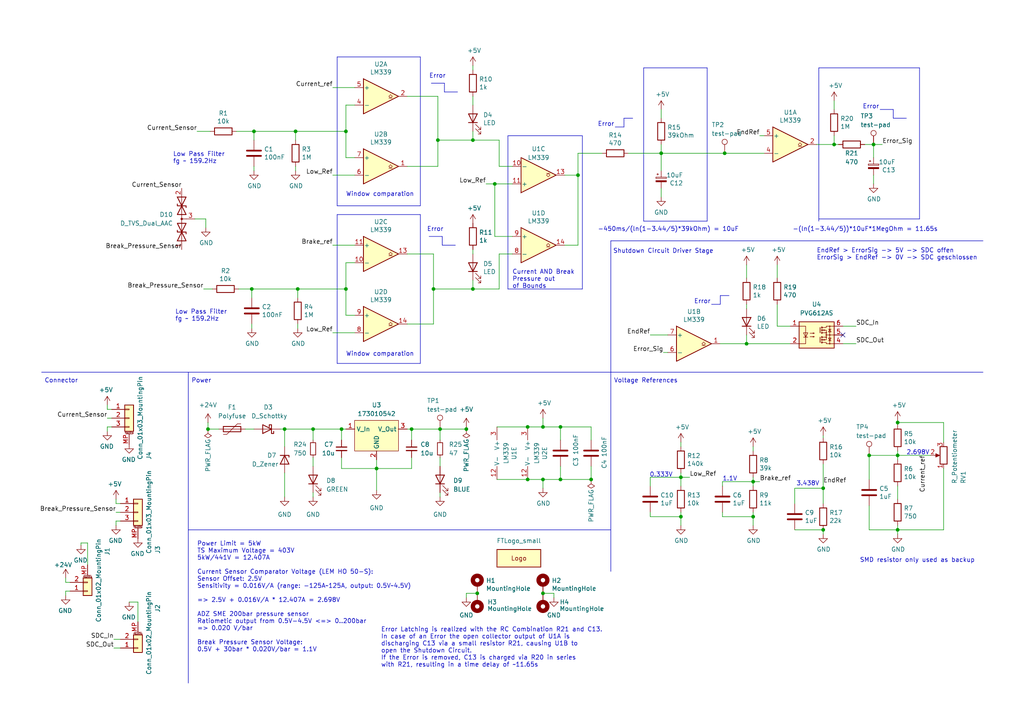
<source format=kicad_sch>
(kicad_sch
	(version 20231120)
	(generator "eeschema")
	(generator_version "8.0")
	(uuid "3b078104-7e9e-4a52-8931-d75a9f32a55c")
	(paper "A4")
	
	(junction
		(at 191.77 44.45)
		(diameter 0)
		(color 0 0 0 0)
		(uuid "02d690d3-7eb1-424b-a637-f0441c446847")
	)
	(junction
		(at 99.06 124.46)
		(diameter 0)
		(color 0 0 0 0)
		(uuid "0458f8d6-d0c3-458c-8e82-cc444fa3124f")
	)
	(junction
		(at 253.365 41.91)
		(diameter 0)
		(color 0 0 0 0)
		(uuid "06c74d33-22f4-4fde-a3fb-20ca542cd4b0")
	)
	(junction
		(at 157.48 172.085)
		(diameter 0)
		(color 0 0 0 0)
		(uuid "06fb1cbb-f25b-4301-b638-062cf91c8fcd")
	)
	(junction
		(at 197.485 138.43)
		(diameter 0)
		(color 0 0 0 0)
		(uuid "07d68cf4-cf26-494a-ad7d-ef3cd03594e6")
	)
	(junction
		(at 86.36 83.82)
		(diameter 0)
		(color 0 0 0 0)
		(uuid "0c064fd7-ff07-4667-bb75-8391ab6f72b5")
	)
	(junction
		(at 153.035 139.065)
		(diameter 0)
		(color 0 0 0 0)
		(uuid "0c0d150e-e401-4a19-9cc8-b434c5ff2e4c")
	)
	(junction
		(at 260.35 153.67)
		(diameter 0)
		(color 0 0 0 0)
		(uuid "112461c7-b9be-42a9-b362-6021372ba978")
	)
	(junction
		(at 171.45 139.065)
		(diameter 0)
		(color 0 0 0 0)
		(uuid "1798150b-b727-43bf-bb89-8ad75b043c93")
	)
	(junction
		(at 218.44 149.86)
		(diameter 0)
		(color 0 0 0 0)
		(uuid "18bcc3e2-20e2-465e-932d-7d26cac36623")
	)
	(junction
		(at 153.035 123.825)
		(diameter 0)
		(color 0 0 0 0)
		(uuid "1c4342d2-bcf1-4d37-a8c2-8d777f124aa2")
	)
	(junction
		(at 157.48 139.065)
		(diameter 0)
		(color 0 0 0 0)
		(uuid "2f84e17f-2d98-4988-8b9b-c91ff5594bdf")
	)
	(junction
		(at 143.51 53.34)
		(diameter 0)
		(color 0 0 0 0)
		(uuid "30b5ee56-3720-4a2d-9ee0-78d5fbd48af0")
	)
	(junction
		(at 125.73 83.82)
		(diameter 0)
		(color 0 0 0 0)
		(uuid "3368e8f6-165f-48eb-ac32-83cb88e63377")
	)
	(junction
		(at 260.35 132.08)
		(diameter 0)
		(color 0 0 0 0)
		(uuid "43ab5b80-79a9-4b08-b8f6-496557d74bf7")
	)
	(junction
		(at 252.095 132.08)
		(diameter 0)
		(color 0 0 0 0)
		(uuid "44fc85d1-0129-44f6-a7d1-776198683d7c")
	)
	(junction
		(at 127.635 124.46)
		(diameter 0)
		(color 0 0 0 0)
		(uuid "4935f7b4-c7f7-48a5-9121-8ebe77ce7023")
	)
	(junction
		(at 127 40.64)
		(diameter 0)
		(color 0 0 0 0)
		(uuid "4a804cbc-b668-42b2-9234-66b7081b2220")
	)
	(junction
		(at 260.35 122.555)
		(diameter 0)
		(color 0 0 0 0)
		(uuid "4bb7811f-eb59-4730-bf50-2113e6571f32")
	)
	(junction
		(at 90.805 124.46)
		(diameter 0)
		(color 0 0 0 0)
		(uuid "51655b20-c8fa-46dd-b8d8-ed44ee7b58e0")
	)
	(junction
		(at 119.38 124.46)
		(diameter 0)
		(color 0 0 0 0)
		(uuid "548e3987-aa39-4ea0-9f8f-bfa1774b0b92")
	)
	(junction
		(at 138.43 172.085)
		(diameter 0)
		(color 0 0 0 0)
		(uuid "55f4ecea-f517-46db-a8cc-bd98c075fb13")
	)
	(junction
		(at 137.16 40.64)
		(diameter 0)
		(color 0 0 0 0)
		(uuid "59019b33-e5d7-47a5-b697-da92c960d293")
	)
	(junction
		(at 167.64 50.8)
		(diameter 0)
		(color 0 0 0 0)
		(uuid "5d4c51cc-3039-45de-aede-c6f0bf2ba6b8")
	)
	(junction
		(at 241.935 41.91)
		(diameter 0)
		(color 0 0 0 0)
		(uuid "5fd5a07e-a9a3-48ea-88f8-c5d741b0d6b2")
	)
	(junction
		(at 218.44 139.7)
		(diameter 0)
		(color 0 0 0 0)
		(uuid "66aa2089-8ff2-4077-9185-adefd252a2c8")
	)
	(junction
		(at 210.185 44.45)
		(diameter 0)
		(color 0 0 0 0)
		(uuid "73350c8d-7141-4f80-abc3-d3171757ddd2")
	)
	(junction
		(at 238.76 153.67)
		(diameter 0)
		(color 0 0 0 0)
		(uuid "7709efe2-1390-487e-91e6-d8be8132aee9")
	)
	(junction
		(at 162.56 139.065)
		(diameter 0)
		(color 0 0 0 0)
		(uuid "8588352e-a2f9-4b66-95d7-e68f2a9c9038")
	)
	(junction
		(at 73.025 83.82)
		(diameter 0)
		(color 0 0 0 0)
		(uuid "8fa915e0-51c7-444b-8cc2-e8bb066962d7")
	)
	(junction
		(at 85.725 38.1)
		(diameter 0)
		(color 0 0 0 0)
		(uuid "a3688ae8-4672-4a89-af8c-8385ab151417")
	)
	(junction
		(at 60.325 124.46)
		(diameter 0)
		(color 0 0 0 0)
		(uuid "a6c6b364-7bce-4201-95f1-7583ff490abc")
	)
	(junction
		(at 162.56 123.825)
		(diameter 0)
		(color 0 0 0 0)
		(uuid "ae3f1345-5a2d-4f4d-ae05-dcebe084d843")
	)
	(junction
		(at 82.55 124.46)
		(diameter 0)
		(color 0 0 0 0)
		(uuid "be863020-4567-4509-bdcb-56bb803255c4")
	)
	(junction
		(at 157.48 123.825)
		(diameter 0)
		(color 0 0 0 0)
		(uuid "c6621e4e-1941-4ea1-9bfd-ebb879e0a948")
	)
	(junction
		(at 197.485 149.86)
		(diameter 0)
		(color 0 0 0 0)
		(uuid "c80b2f69-626e-4538-a37b-c1e0cbdfd599")
	)
	(junction
		(at 137.16 83.82)
		(diameter 0)
		(color 0 0 0 0)
		(uuid "cd84f5ae-cacc-4b78-9237-e9c6379a489b")
	)
	(junction
		(at 135.255 124.46)
		(diameter 0)
		(color 0 0 0 0)
		(uuid "d0ffe236-7d4f-4569-a5ad-619ee72a59c6")
	)
	(junction
		(at 238.76 141.605)
		(diameter 0)
		(color 0 0 0 0)
		(uuid "d3799bb2-a9db-4f42-8072-f7a4360b3370")
	)
	(junction
		(at 100.33 83.82)
		(diameter 0)
		(color 0 0 0 0)
		(uuid "efc63770-6c1a-4d94-b98e-634a1e24ff45")
	)
	(junction
		(at 100.33 38.1)
		(diameter 0)
		(color 0 0 0 0)
		(uuid "f2fcb01b-f454-47c9-a1b7-a081b24ae0cf")
	)
	(junction
		(at 216.535 99.695)
		(diameter 0)
		(color 0 0 0 0)
		(uuid "fa9d8a9b-57c4-492e-8ec2-e4c36e6342f7")
	)
	(junction
		(at 73.66 38.1)
		(diameter 0)
		(color 0 0 0 0)
		(uuid "fc2323eb-cb28-44c9-bec4-7732f2cd2e68")
	)
	(junction
		(at 109.22 135.89)
		(diameter 0)
		(color 0 0 0 0)
		(uuid "fd0e4892-3053-494b-b2b0-13d651fdaf55")
	)
	(no_connect
		(at 244.475 97.155)
		(uuid "d3ddf772-ea98-490c-bf6e-303d1758f40b")
	)
	(polyline
		(pts
			(xy 97.79 59.69) (xy 97.79 16.51)
		)
		(stroke
			(width 0)
			(type default)
		)
		(uuid "001e511e-de57-4a85-9bab-dd234b1015fa")
	)
	(polyline
		(pts
			(xy 125.095 24.13) (xy 128.905 24.13)
		)
		(stroke
			(width 0)
			(type solid)
		)
		(uuid "0078c7ef-7e33-44d6-b635-4885fd7831ca")
	)
	(wire
		(pts
			(xy 32.385 121.285) (xy 31.115 121.285)
		)
		(stroke
			(width 0)
			(type default)
		)
		(uuid "00b14196-a93a-4f20-b3c2-8e9db93cec6f")
	)
	(wire
		(pts
			(xy 137.16 27.94) (xy 137.16 30.48)
		)
		(stroke
			(width 0)
			(type default)
		)
		(uuid "00dc4daf-f5b5-4889-a6f1-e85d8f7b08c8")
	)
	(wire
		(pts
			(xy 140.97 53.34) (xy 143.51 53.34)
		)
		(stroke
			(width 0)
			(type default)
		)
		(uuid "01f2e5d3-4296-4677-bff4-8d113ba07bd3")
	)
	(wire
		(pts
			(xy 238.76 126.365) (xy 238.76 127)
		)
		(stroke
			(width 0)
			(type default)
		)
		(uuid "024a4d45-f78d-4557-9f62-8f2c4b21d132")
	)
	(wire
		(pts
			(xy 243.205 41.91) (xy 241.935 41.91)
		)
		(stroke
			(width 0)
			(type default)
		)
		(uuid "044387c8-7065-4901-b719-a6c257a2745b")
	)
	(wire
		(pts
			(xy 197.485 149.86) (xy 197.485 152.4)
		)
		(stroke
			(width 0)
			(type default)
		)
		(uuid "0597ed0d-4656-46d5-af17-2d9c89c7fd61")
	)
	(wire
		(pts
			(xy 163.83 71.12) (xy 167.64 71.12)
		)
		(stroke
			(width 0)
			(type default)
		)
		(uuid "061beca8-7fa4-470e-8d52-2be35660c92e")
	)
	(wire
		(pts
			(xy 273.685 153.67) (xy 260.35 153.67)
		)
		(stroke
			(width 0)
			(type default)
		)
		(uuid "0a396313-07ab-4f53-9146-483e6f1547fc")
	)
	(wire
		(pts
			(xy 230.505 141.605) (xy 238.76 141.605)
		)
		(stroke
			(width 0)
			(type default)
		)
		(uuid "0b6bf03c-7b37-4526-b905-aaeacce58b2a")
	)
	(wire
		(pts
			(xy 109.22 133.35) (xy 109.22 135.89)
		)
		(stroke
			(width 0)
			(type default)
		)
		(uuid "0c33e869-acbf-41d4-b086-12b2f47c41f9")
	)
	(wire
		(pts
			(xy 252.095 132.08) (xy 260.35 132.08)
		)
		(stroke
			(width 0)
			(type default)
		)
		(uuid "0cc0b05b-d9e3-468f-b0ec-bb2d7b05cad6")
	)
	(wire
		(pts
			(xy 137.16 83.82) (xy 144.78 83.82)
		)
		(stroke
			(width 0)
			(type default)
		)
		(uuid "0d07fcd0-f92e-413f-ac02-3d86fb67e7ad")
	)
	(wire
		(pts
			(xy 100.33 83.82) (xy 100.33 91.44)
		)
		(stroke
			(width 0)
			(type default)
		)
		(uuid "0d94ae63-5f0d-4821-b883-bd63b5162d65")
	)
	(wire
		(pts
			(xy 137.16 81.28) (xy 137.16 83.82)
		)
		(stroke
			(width 0)
			(type default)
		)
		(uuid "0f223f09-e7ec-4975-a031-a23d16355a82")
	)
	(wire
		(pts
			(xy 144.78 48.26) (xy 144.78 40.64)
		)
		(stroke
			(width 0)
			(type default)
		)
		(uuid "0f8741af-8122-4c88-bec3-b4327e4feb9b")
	)
	(wire
		(pts
			(xy 238.76 134.62) (xy 238.76 141.605)
		)
		(stroke
			(width 0)
			(type default)
		)
		(uuid "10a0b4ae-27da-4447-8abc-2d3ac8f3d620")
	)
	(wire
		(pts
			(xy 191.77 54.61) (xy 191.77 57.15)
		)
		(stroke
			(width 0)
			(type default)
		)
		(uuid "10f1da89-6f6a-46cb-a319-375bc5280e4b")
	)
	(wire
		(pts
			(xy 188.595 149.86) (xy 197.485 149.86)
		)
		(stroke
			(width 0)
			(type default)
		)
		(uuid "120c46a5-1723-47ce-8724-833f29687cb8")
	)
	(polyline
		(pts
			(xy 180.975 34.29) (xy 183.515 34.29)
		)
		(stroke
			(width 0)
			(type solid)
		)
		(uuid "1289eba9-c355-42e3-b3a8-46ea8c858553")
	)
	(wire
		(pts
			(xy 230.505 153.67) (xy 238.76 153.67)
		)
		(stroke
			(width 0)
			(type default)
		)
		(uuid "13eae7a8-c8d4-4a74-a325-219af8799895")
	)
	(wire
		(pts
			(xy 236.855 41.91) (xy 241.935 41.91)
		)
		(stroke
			(width 0)
			(type default)
		)
		(uuid "14034313-28ce-418b-9c1d-68184c5ad3f6")
	)
	(wire
		(pts
			(xy 119.38 124.46) (xy 127.635 124.46)
		)
		(stroke
			(width 0)
			(type default)
		)
		(uuid "1403f7d1-64a3-48fe-90d3-dc853604b652")
	)
	(wire
		(pts
			(xy 191.77 44.45) (xy 191.77 41.91)
		)
		(stroke
			(width 0)
			(type default)
		)
		(uuid "14976ad9-7af3-449e-969a-dabe604db984")
	)
	(wire
		(pts
			(xy 209.55 148.59) (xy 209.55 149.86)
		)
		(stroke
			(width 0)
			(type default)
		)
		(uuid "17abc560-a41b-47dc-ab11-11014fe7bfcc")
	)
	(wire
		(pts
			(xy 157.48 139.065) (xy 162.56 139.065)
		)
		(stroke
			(width 0)
			(type default)
		)
		(uuid "188001dc-f484-4138-a372-50f5ca12ac0c")
	)
	(wire
		(pts
			(xy 127.635 124.46) (xy 127.635 127.635)
		)
		(stroke
			(width 0)
			(type default)
		)
		(uuid "1befc1e9-d449-4d05-affd-ff63fbb6178a")
	)
	(wire
		(pts
			(xy 68.58 38.1) (xy 73.66 38.1)
		)
		(stroke
			(width 0)
			(type default)
		)
		(uuid "1ccafd5e-08c7-4535-b73b-f77c1ba21da5")
	)
	(wire
		(pts
			(xy 244.475 99.695) (xy 248.285 99.695)
		)
		(stroke
			(width 0)
			(type default)
		)
		(uuid "1d0a5ef0-0b22-45f2-9605-f2d62c596f35")
	)
	(wire
		(pts
			(xy 127 40.64) (xy 137.16 40.64)
		)
		(stroke
			(width 0)
			(type default)
		)
		(uuid "1d3861ad-bf1a-4b41-910a-1bcd44423bf6")
	)
	(polyline
		(pts
			(xy 121.92 16.51) (xy 121.92 59.69)
		)
		(stroke
			(width 0)
			(type default)
		)
		(uuid "1eda520c-dec0-4da9-bfcd-5279b8cdac81")
	)
	(wire
		(pts
			(xy 260.35 152.4) (xy 260.35 153.67)
		)
		(stroke
			(width 0)
			(type default)
		)
		(uuid "1ee67f8b-5604-4109-8297-33f5cc49f0fd")
	)
	(wire
		(pts
			(xy 82.55 124.46) (xy 90.805 124.46)
		)
		(stroke
			(width 0)
			(type default)
		)
		(uuid "1f07c4d0-8f68-40c2-aebb-120a9effec3b")
	)
	(wire
		(pts
			(xy 109.22 135.89) (xy 119.38 135.89)
		)
		(stroke
			(width 0)
			(type default)
		)
		(uuid "216fb90c-6f87-40dd-b949-62be97dd97df")
	)
	(wire
		(pts
			(xy 125.73 93.98) (xy 118.11 93.98)
		)
		(stroke
			(width 0)
			(type default)
		)
		(uuid "21d74ba7-2814-4833-9cbb-22ad5d79d3dc")
	)
	(wire
		(pts
			(xy 63.5 124.46) (xy 60.325 124.46)
		)
		(stroke
			(width 0)
			(type default)
		)
		(uuid "21f43952-e581-4625-b646-a8a272a514b9")
	)
	(wire
		(pts
			(xy 253.365 41.91) (xy 253.365 45.72)
		)
		(stroke
			(width 0)
			(type default)
		)
		(uuid "22d99b63-8bea-48c9-98e6-eda12c7977f1")
	)
	(polyline
		(pts
			(xy 237.49 63.5) (xy 266.7 63.5)
		)
		(stroke
			(width 0)
			(type default)
		)
		(uuid "236a00e1-e639-44d1-a1d4-60cd441d82e9")
	)
	(wire
		(pts
			(xy 73.66 48.26) (xy 73.66 49.53)
		)
		(stroke
			(width 0)
			(type default)
		)
		(uuid "25e092fc-deed-47a1-b6a0-7cdef9fd2396")
	)
	(polyline
		(pts
			(xy 206.375 88.265) (xy 208.915 88.265)
		)
		(stroke
			(width 0)
			(type solid)
		)
		(uuid "27d993d8-7612-42b8-aff0-342c28898a00")
	)
	(polyline
		(pts
			(xy 128.905 26.67) (xy 132.715 26.67)
		)
		(stroke
			(width 0)
			(type solid)
		)
		(uuid "2876d16e-097a-47f2-b487-a17ed0f36d5f")
	)
	(wire
		(pts
			(xy 241.935 29.21) (xy 241.935 31.75)
		)
		(stroke
			(width 0)
			(type default)
		)
		(uuid "2a493b31-a13a-4aed-a683-bea3c889beb0")
	)
	(wire
		(pts
			(xy 85.725 40.64) (xy 85.725 38.1)
		)
		(stroke
			(width 0)
			(type default)
		)
		(uuid "2a831477-d633-447d-8624-5be1b843e471")
	)
	(wire
		(pts
			(xy 86.36 83.82) (xy 100.33 83.82)
		)
		(stroke
			(width 0)
			(type default)
		)
		(uuid "2a944ed6-4ad9-4711-8528-f6dda82d3d91")
	)
	(polyline
		(pts
			(xy 54.61 107.95) (xy 54.61 198.12)
		)
		(stroke
			(width 0)
			(type default)
		)
		(uuid "2b9bbbcf-3e95-4bba-a878-0c0c16d5b02d")
	)
	(wire
		(pts
			(xy 218.44 139.7) (xy 218.44 140.97)
		)
		(stroke
			(width 0)
			(type default)
		)
		(uuid "2d095b22-d27f-410c-80cb-80e19a581eff")
	)
	(wire
		(pts
			(xy 118.11 27.94) (xy 127 27.94)
		)
		(stroke
			(width 0)
			(type default)
		)
		(uuid "3013cdc8-80db-42e1-8d05-754e7cdf0f06")
	)
	(wire
		(pts
			(xy 34.925 146.05) (xy 33.655 146.05)
		)
		(stroke
			(width 0)
			(type default)
		)
		(uuid "3014a030-2b92-4ea9-aa44-389b15d5c7c4")
	)
	(wire
		(pts
			(xy 20.32 168.91) (xy 19.05 168.91)
		)
		(stroke
			(width 0)
			(type default)
		)
		(uuid "31f2526e-be2e-443d-bd80-493dc079c3f1")
	)
	(wire
		(pts
			(xy 99.06 124.46) (xy 99.06 127.635)
		)
		(stroke
			(width 0)
			(type default)
		)
		(uuid "33105f4b-f47b-4119-aa7e-e2906461987f")
	)
	(polyline
		(pts
			(xy 128.905 24.13) (xy 128.905 26.67)
		)
		(stroke
			(width 0)
			(type solid)
		)
		(uuid "3639d1d8-9a8b-4479-9419-0bbf03c83844")
	)
	(wire
		(pts
			(xy 148.59 48.26) (xy 144.78 48.26)
		)
		(stroke
			(width 0)
			(type default)
		)
		(uuid "39d81bf0-761a-4c95-a8ea-2b60e098a8f2")
	)
	(wire
		(pts
			(xy 90.805 132.715) (xy 90.805 135.255)
		)
		(stroke
			(width 0)
			(type default)
		)
		(uuid "3b94f7cc-1bbe-4f9e-9bf5-f9c0f6183298")
	)
	(wire
		(pts
			(xy 225.425 94.615) (xy 229.235 94.615)
		)
		(stroke
			(width 0)
			(type default)
		)
		(uuid "3d001dc4-94bc-4f7e-950c-757374016f54")
	)
	(wire
		(pts
			(xy 127.635 142.875) (xy 127.635 144.145)
		)
		(stroke
			(width 0)
			(type default)
		)
		(uuid "3d868ad1-914e-4bbc-8c72-aa09bdf2f744")
	)
	(wire
		(pts
			(xy 90.805 124.46) (xy 90.805 127.635)
		)
		(stroke
			(width 0)
			(type default)
		)
		(uuid "3dc14943-d1aa-4203-b279-84ace039c92e")
	)
	(wire
		(pts
			(xy 216.535 88.265) (xy 216.535 89.535)
		)
		(stroke
			(width 0)
			(type default)
		)
		(uuid "3dd28df5-363b-4563-91b9-3a214c0a7204")
	)
	(wire
		(pts
			(xy 137.16 40.64) (xy 144.78 40.64)
		)
		(stroke
			(width 0)
			(type default)
		)
		(uuid "4063ed0f-5e2f-4106-900d-656097b1ea94")
	)
	(wire
		(pts
			(xy 143.51 68.58) (xy 148.59 68.58)
		)
		(stroke
			(width 0)
			(type default)
		)
		(uuid "45bd3f3d-f7b4-4793-8d20-9cfb29ce164c")
	)
	(polyline
		(pts
			(xy 168.91 39.37) (xy 168.91 83.82)
		)
		(stroke
			(width 0)
			(type default)
		)
		(uuid "464696f4-8924-40b8-9f30-3aac5ba7902e")
	)
	(wire
		(pts
			(xy 33.655 152.4) (xy 33.655 151.13)
		)
		(stroke
			(width 0)
			(type default)
		)
		(uuid "4651fa25-82b9-44b9-8981-909315c2b2fb")
	)
	(wire
		(pts
			(xy 59.055 83.82) (xy 61.595 83.82)
		)
		(stroke
			(width 0)
			(type default)
		)
		(uuid "46a97759-619f-44ab-a056-49f30ef50f47")
	)
	(wire
		(pts
			(xy 218.44 138.43) (xy 218.44 139.7)
		)
		(stroke
			(width 0)
			(type default)
		)
		(uuid "48c4fc06-0c85-48af-b2cf-6878e20db610")
	)
	(wire
		(pts
			(xy 32.385 123.825) (xy 31.115 123.825)
		)
		(stroke
			(width 0)
			(type default)
		)
		(uuid "4a443806-848f-44d8-8c49-e628577502b9")
	)
	(wire
		(pts
			(xy 188.595 97.155) (xy 193.675 97.155)
		)
		(stroke
			(width 0)
			(type default)
		)
		(uuid "4c9e552f-8ede-4c66-8d24-025ae040e7ad")
	)
	(polyline
		(pts
			(xy 121.92 59.69) (xy 97.79 59.69)
		)
		(stroke
			(width 0)
			(type default)
		)
		(uuid "4f5d1f21-ccd7-4ff7-a7bc-9fd9e11790a9")
	)
	(polyline
		(pts
			(xy 259.08 34.29) (xy 262.89 34.29)
		)
		(stroke
			(width 0)
			(type solid)
		)
		(uuid "4fbd31df-b708-475e-88d1-cf11f1d86d67")
	)
	(wire
		(pts
			(xy 260.35 132.08) (xy 269.875 132.08)
		)
		(stroke
			(width 0)
			(type default)
		)
		(uuid "512b2b08-f402-4cc7-87ce-98dcdc1e29b9")
	)
	(polyline
		(pts
			(xy 147.32 39.37) (xy 147.32 83.82)
		)
		(stroke
			(width 0)
			(type default)
		)
		(uuid "5373489d-609a-44ad-8d47-ae922f4f39b0")
	)
	(polyline
		(pts
			(xy 205.105 19.685) (xy 186.69 19.685)
		)
		(stroke
			(width 0)
			(type default)
		)
		(uuid "54f404ca-28f7-4fed-87e6-df6bdf53b8bf")
	)
	(polyline
		(pts
			(xy 97.79 62.23) (xy 121.92 62.23)
		)
		(stroke
			(width 0)
			(type default)
		)
		(uuid "588a8328-0c06-43ea-ba0a-a9a5875263e7")
	)
	(wire
		(pts
			(xy 73.025 93.98) (xy 73.025 95.25)
		)
		(stroke
			(width 0)
			(type default)
		)
		(uuid "58ce2a38-3c32-4467-8882-267205ef6cce")
	)
	(wire
		(pts
			(xy 125.73 83.82) (xy 125.73 93.98)
		)
		(stroke
			(width 0)
			(type default)
		)
		(uuid "5a23084a-1682-40a1-8b13-4820af964169")
	)
	(polyline
		(pts
			(xy 128.27 68.58) (xy 128.27 71.12)
		)
		(stroke
			(width 0)
			(type solid)
		)
		(uuid "5b6279b8-3d2b-46e6-afb2-6b2a6fb38bbd")
	)
	(wire
		(pts
			(xy 96.52 96.52) (xy 102.87 96.52)
		)
		(stroke
			(width 0)
			(type default)
		)
		(uuid "5c6ed078-a2bc-403a-9b34-0d133236d753")
	)
	(polyline
		(pts
			(xy 121.92 105.41) (xy 97.79 105.41)
		)
		(stroke
			(width 0)
			(type default)
		)
		(uuid "5c70cea8-9769-415b-bcc7-f8bb41a0c9b2")
	)
	(wire
		(pts
			(xy 59.69 63.5) (xy 56.515 63.5)
		)
		(stroke
			(width 0)
			(type default)
		)
		(uuid "5f4cd65c-e6b0-4c31-ae3d-9d27e7f64832")
	)
	(wire
		(pts
			(xy 127 40.64) (xy 127 27.94)
		)
		(stroke
			(width 0)
			(type default)
		)
		(uuid "600bbab9-7f19-4ea4-b617-73b78b70e2c1")
	)
	(wire
		(pts
			(xy 137.16 19.05) (xy 137.16 20.32)
		)
		(stroke
			(width 0)
			(type default)
		)
		(uuid "601b497d-e5df-4108-a523-828b4551291e")
	)
	(wire
		(pts
			(xy 260.35 122.555) (xy 273.685 122.555)
		)
		(stroke
			(width 0)
			(type default)
		)
		(uuid "609f1ec7-9cce-4499-900e-512147397fb4")
	)
	(wire
		(pts
			(xy 260.35 140.97) (xy 260.35 144.78)
		)
		(stroke
			(width 0)
			(type default)
		)
		(uuid "62de040a-9468-466e-bf45-b1f612f34b5d")
	)
	(wire
		(pts
			(xy 252.095 153.67) (xy 260.35 153.67)
		)
		(stroke
			(width 0)
			(type default)
		)
		(uuid "641ade85-6bbd-4eba-99a2-1461307da5c0")
	)
	(wire
		(pts
			(xy 90.805 142.875) (xy 90.805 144.145)
		)
		(stroke
			(width 0)
			(type default)
		)
		(uuid "649d226e-d908-4fb5-8991-0af73607b009")
	)
	(wire
		(pts
			(xy 96.52 71.12) (xy 102.87 71.12)
		)
		(stroke
			(width 0)
			(type default)
		)
		(uuid "64be79ff-65eb-4a3a-bf4b-f5e204971850")
	)
	(wire
		(pts
			(xy 210.185 44.45) (xy 221.615 44.45)
		)
		(stroke
			(width 0)
			(type default)
		)
		(uuid "6abcf0e1-bc51-4895-8d1d-d9053c606b20")
	)
	(wire
		(pts
			(xy 81.28 124.46) (xy 82.55 124.46)
		)
		(stroke
			(width 0)
			(type default)
		)
		(uuid "6edfb8a9-8cc9-42e4-8258-00d0e8e0202c")
	)
	(wire
		(pts
			(xy 102.87 76.2) (xy 100.33 76.2)
		)
		(stroke
			(width 0)
			(type default)
		)
		(uuid "708aa86d-bf05-4c57-aaae-6df603e15a2e")
	)
	(wire
		(pts
			(xy 118.11 124.46) (xy 119.38 124.46)
		)
		(stroke
			(width 0)
			(type default)
		)
		(uuid "7097e522-77cd-43b1-8ac8-1ba3b7f41191")
	)
	(polyline
		(pts
			(xy 147.32 83.82) (xy 168.91 83.82)
		)
		(stroke
			(width 0)
			(type default)
		)
		(uuid "70f2f59e-d26a-4945-859b-cb890c9d15da")
	)
	(wire
		(pts
			(xy 216.535 99.695) (xy 208.915 99.695)
		)
		(stroke
			(width 0)
			(type default)
		)
		(uuid "71feb915-488e-4dff-851c-13304d9e648c")
	)
	(wire
		(pts
			(xy 188.595 138.43) (xy 188.595 140.97)
		)
		(stroke
			(width 0)
			(type default)
		)
		(uuid "736337ad-7c35-4001-ba96-09066e183edd")
	)
	(wire
		(pts
			(xy 73.025 83.82) (xy 86.36 83.82)
		)
		(stroke
			(width 0)
			(type default)
		)
		(uuid "738d50ac-2592-4f26-bae9-6debec8e4e85")
	)
	(polyline
		(pts
			(xy 180.975 36.83) (xy 180.975 34.29)
		)
		(stroke
			(width 0)
			(type solid)
		)
		(uuid "74fbde27-3525-488a-8484-501309e98b13")
	)
	(wire
		(pts
			(xy 96.52 25.4) (xy 102.87 25.4)
		)
		(stroke
			(width 0)
			(type default)
		)
		(uuid "7641fc4e-3dd4-4bd7-b699-8138af94aa90")
	)
	(polyline
		(pts
			(xy 186.69 19.685) (xy 186.69 64.135)
		)
		(stroke
			(width 0)
			(type default)
		)
		(uuid "7674f190-796f-4bd8-85c0-1bec074adfdb")
	)
	(polyline
		(pts
			(xy 97.79 105.41) (xy 97.79 62.23)
		)
		(stroke
			(width 0)
			(type default)
		)
		(uuid "7766a5db-d545-4a0c-beb1-8abcda00e205")
	)
	(wire
		(pts
			(xy 100.33 45.72) (xy 102.87 45.72)
		)
		(stroke
			(width 0)
			(type default)
		)
		(uuid "7844f367-70a2-40d8-ba8f-ff033f5d6977")
	)
	(wire
		(pts
			(xy 60.325 124.46) (xy 60.325 122.555)
		)
		(stroke
			(width 0)
			(type default)
		)
		(uuid "7ad9f868-8fb2-4e1d-9f5f-2a059a17f32a")
	)
	(wire
		(pts
			(xy 209.55 139.7) (xy 209.55 140.97)
		)
		(stroke
			(width 0)
			(type default)
		)
		(uuid "7c5f0b29-5814-4f07-a24f-06b2f0303fa8")
	)
	(polyline
		(pts
			(xy 186.69 64.135) (xy 205.105 64.135)
		)
		(stroke
			(width 0)
			(type default)
		)
		(uuid "7d1887cf-0537-4b67-b1d3-7fbdeffeca64")
	)
	(wire
		(pts
			(xy 73.66 38.1) (xy 73.66 40.64)
		)
		(stroke
			(width 0)
			(type default)
		)
		(uuid "7f0b9979-b71e-485b-b4f5-832749647b9d")
	)
	(wire
		(pts
			(xy 248.285 94.615) (xy 244.475 94.615)
		)
		(stroke
			(width 0)
			(type default)
		)
		(uuid "806ed57f-a53b-4b4b-a18a-0a4cc392cc84")
	)
	(wire
		(pts
			(xy 157.48 121.285) (xy 157.48 123.825)
		)
		(stroke
			(width 0)
			(type default)
		)
		(uuid "80eb8b13-ad1d-4b8d-b97d-32b9bd5b67c4")
	)
	(wire
		(pts
			(xy 197.485 128.27) (xy 197.485 129.54)
		)
		(stroke
			(width 0)
			(type default)
		)
		(uuid "853f63b4-82c5-4d12-b58d-488e3212b24c")
	)
	(wire
		(pts
			(xy 157.48 123.825) (xy 162.56 123.825)
		)
		(stroke
			(width 0)
			(type default)
		)
		(uuid "8543a557-ae40-469a-91bc-7ee90405d181")
	)
	(wire
		(pts
			(xy 238.76 153.67) (xy 238.76 154.94)
		)
		(stroke
			(width 0)
			(type default)
		)
		(uuid "86875330-ff76-4e25-b30a-1817080df15f")
	)
	(wire
		(pts
			(xy 153.035 123.825) (xy 157.48 123.825)
		)
		(stroke
			(width 0)
			(type default)
		)
		(uuid "87df2899-3b9e-436c-8917-6fee4ae4eb3d")
	)
	(wire
		(pts
			(xy 144.145 123.825) (xy 153.035 123.825)
		)
		(stroke
			(width 0)
			(type default)
		)
		(uuid "882ccace-32df-4a77-99db-1439be4f6f64")
	)
	(wire
		(pts
			(xy 99.06 132.715) (xy 99.06 135.89)
		)
		(stroke
			(width 0)
			(type default)
		)
		(uuid "88ff9093-8d75-4c2b-bf8f-3c46a5df128a")
	)
	(wire
		(pts
			(xy 167.64 50.8) (xy 163.83 50.8)
		)
		(stroke
			(width 0)
			(type default)
		)
		(uuid "8a491fca-e998-4b94-b713-5a1667b2c7c2")
	)
	(wire
		(pts
			(xy 218.44 149.86) (xy 218.44 152.4)
		)
		(stroke
			(width 0)
			(type default)
		)
		(uuid "8ad2b125-cd02-4535-9a5d-631b96e88032")
	)
	(wire
		(pts
			(xy 162.56 123.825) (xy 171.45 123.825)
		)
		(stroke
			(width 0)
			(type default)
		)
		(uuid "8ba55fb3-8db2-4277-884f-2bce1355cf54")
	)
	(polyline
		(pts
			(xy 178.435 36.83) (xy 180.975 36.83)
		)
		(stroke
			(width 0)
			(type solid)
		)
		(uuid "8c457f7f-b5f6-466d-bea8-12b38b608338")
	)
	(polyline
		(pts
			(xy 266.7 19.685) (xy 266.7 63.5)
		)
		(stroke
			(width 0)
			(type default)
		)
		(uuid "8cc23b6a-73fd-4c95-9e74-84ea83042d6b")
	)
	(wire
		(pts
			(xy 273.685 135.89) (xy 273.685 153.67)
		)
		(stroke
			(width 0)
			(type default)
		)
		(uuid "8d898212-f734-461b-a672-bc2f933ef973")
	)
	(wire
		(pts
			(xy 32.385 118.745) (xy 31.115 118.745)
		)
		(stroke
			(width 0)
			(type default)
		)
		(uuid "8da7390e-b891-4d83-a231-b46390bf5713")
	)
	(wire
		(pts
			(xy 34.925 151.13) (xy 33.655 151.13)
		)
		(stroke
			(width 0)
			(type default)
		)
		(uuid "8eb885ec-27fa-40d7-bf51-33e42fe3bf01")
	)
	(wire
		(pts
			(xy 225.425 76.835) (xy 225.425 80.645)
		)
		(stroke
			(width 0)
			(type default)
		)
		(uuid "8f57bc11-c785-4fc6-81a2-3383b86a612b")
	)
	(wire
		(pts
			(xy 99.06 124.46) (xy 100.33 124.46)
		)
		(stroke
			(width 0)
			(type default)
		)
		(uuid "8fcb4e5c-ba40-48d6-be53-57fe310f184e")
	)
	(wire
		(pts
			(xy 216.535 97.155) (xy 216.535 99.695)
		)
		(stroke
			(width 0)
			(type default)
		)
		(uuid "906e4ff9-665e-4cb5-80e5-8ca2e618c4bc")
	)
	(wire
		(pts
			(xy 40.005 174.625) (xy 40.005 180.34)
		)
		(stroke
			(width 0)
			(type default)
		)
		(uuid "9101f307-16cc-4e41-8cdb-c12754a539c1")
	)
	(wire
		(pts
			(xy 218.44 148.59) (xy 218.44 149.86)
		)
		(stroke
			(width 0)
			(type default)
		)
		(uuid "914a66dd-0116-4f07-8d31-a37f9d606019")
	)
	(wire
		(pts
			(xy 69.215 83.82) (xy 73.025 83.82)
		)
		(stroke
			(width 0)
			(type default)
		)
		(uuid "91fc3c78-9d36-44f1-b514-a962c809ec34")
	)
	(wire
		(pts
			(xy 250.825 41.91) (xy 253.365 41.91)
		)
		(stroke
			(width 0)
			(type default)
		)
		(uuid "9234c646-e20a-4593-af6b-c8a5dcbd51d4")
	)
	(wire
		(pts
			(xy 197.485 138.43) (xy 197.485 140.97)
		)
		(stroke
			(width 0)
			(type default)
		)
		(uuid "92dc6f5e-25a3-4bfb-9fb3-ddb92ce66627")
	)
	(wire
		(pts
			(xy 218.44 139.7) (xy 209.55 139.7)
		)
		(stroke
			(width 0)
			(type default)
		)
		(uuid "934cb7ad-0508-46fb-a83e-985e00564717")
	)
	(polyline
		(pts
			(xy 147.32 39.37) (xy 168.91 39.37)
		)
		(stroke
			(width 0)
			(type default)
		)
		(uuid "93565e28-e235-4fc4-803a-3acf4d72ffc5")
	)
	(polyline
		(pts
			(xy 177.165 69.85) (xy 285.115 69.85)
		)
		(stroke
			(width 0)
			(type default)
		)
		(uuid "94013b7a-59a0-4273-90bc-da95c8db1a0c")
	)
	(wire
		(pts
			(xy 85.725 48.26) (xy 85.725 49.53)
		)
		(stroke
			(width 0)
			(type default)
		)
		(uuid "943907ec-586e-4127-a3bd-bb7bd746b2d3")
	)
	(wire
		(pts
			(xy 143.51 53.34) (xy 148.59 53.34)
		)
		(stroke
			(width 0)
			(type default)
		)
		(uuid "9542ce02-813b-4f41-8521-f5b253987a24")
	)
	(wire
		(pts
			(xy 90.805 124.46) (xy 99.06 124.46)
		)
		(stroke
			(width 0)
			(type default)
		)
		(uuid "97543a4a-ef34-45d2-9b8b-e833e35302fa")
	)
	(wire
		(pts
			(xy 125.73 73.66) (xy 125.73 83.82)
		)
		(stroke
			(width 0)
			(type default)
		)
		(uuid "97b637c1-55ad-484e-9ddb-95fa03b2b2cd")
	)
	(wire
		(pts
			(xy 229.235 99.695) (xy 216.535 99.695)
		)
		(stroke
			(width 0)
			(type default)
		)
		(uuid "9821d49b-effc-45f5-87d4-20e5551537f3")
	)
	(wire
		(pts
			(xy 191.77 44.45) (xy 191.77 49.53)
		)
		(stroke
			(width 0)
			(type default)
		)
		(uuid "987080df-e9b2-4df6-8bf5-1fe9f4284f23")
	)
	(wire
		(pts
			(xy 33.655 144.78) (xy 33.655 146.05)
		)
		(stroke
			(width 0)
			(type default)
		)
		(uuid "98de0a24-2348-4676-82fa-239c195769a6")
	)
	(polyline
		(pts
			(xy 255.27 31.75) (xy 259.08 31.75)
		)
		(stroke
			(width 0)
			(type solid)
		)
		(uuid "992f07d9-bfd1-47c8-92dd-80a567d43861")
	)
	(wire
		(pts
			(xy 273.685 122.555) (xy 273.685 128.27)
		)
		(stroke
			(width 0)
			(type default)
		)
		(uuid "9d5be662-a22d-4c9f-864d-9b9835ca92b2")
	)
	(wire
		(pts
			(xy 73.025 86.36) (xy 73.025 83.82)
		)
		(stroke
			(width 0)
			(type default)
		)
		(uuid "9e1fbc47-56c3-42b0-a174-79ac5cca7685")
	)
	(wire
		(pts
			(xy 96.52 50.8) (xy 102.87 50.8)
		)
		(stroke
			(width 0)
			(type default)
		)
		(uuid "9e2c6809-1d8f-46b8-8348-21fb1272bdd2")
	)
	(wire
		(pts
			(xy 171.45 135.255) (xy 171.45 139.065)
		)
		(stroke
			(width 0)
			(type default)
		)
		(uuid "9e6fa4d7-7609-4713-99d3-81a086429362")
	)
	(polyline
		(pts
			(xy 237.49 19.685) (xy 237.49 64.135)
		)
		(stroke
			(width 0)
			(type default)
		)
		(uuid "a13d3e97-e748-4a06-b00e-228fb37c0b0c")
	)
	(wire
		(pts
			(xy 255.905 41.91) (xy 253.365 41.91)
		)
		(stroke
			(width 0)
			(type default)
		)
		(uuid "a1ce4b15-5b1d-480f-b785-f15e18b0c41a")
	)
	(wire
		(pts
			(xy 218.44 129.54) (xy 218.44 130.81)
		)
		(stroke
			(width 0)
			(type default)
		)
		(uuid "a32e9ec3-b492-49f9-bf81-141e733acc59")
	)
	(wire
		(pts
			(xy 191.77 44.45) (xy 210.185 44.45)
		)
		(stroke
			(width 0)
			(type default)
		)
		(uuid "a3a1f9cd-fd2c-4c52-a45c-962ccbed39da")
	)
	(wire
		(pts
			(xy 253.365 50.8) (xy 253.365 53.34)
		)
		(stroke
			(width 0)
			(type default)
		)
		(uuid "a45af401-2a54-433a-8bb0-d87b8bf11820")
	)
	(wire
		(pts
			(xy 100.33 91.44) (xy 102.87 91.44)
		)
		(stroke
			(width 0)
			(type default)
		)
		(uuid "a4f76639-f23b-4da3-af7c-8e6513ca1ae9")
	)
	(polyline
		(pts
			(xy 266.7 19.685) (xy 237.49 19.685)
		)
		(stroke
			(width 0)
			(type default)
		)
		(uuid "a5de92f8-016f-4396-9a5a-cd4ea2049f22")
	)
	(wire
		(pts
			(xy 119.38 132.715) (xy 119.38 135.89)
		)
		(stroke
			(width 0)
			(type default)
		)
		(uuid "a7b8884f-7447-486d-b5d1-96f4310fafe2")
	)
	(wire
		(pts
			(xy 85.725 38.1) (xy 100.33 38.1)
		)
		(stroke
			(width 0)
			(type default)
		)
		(uuid "a83a7d88-3c8a-485e-9470-8add6b9883f6")
	)
	(polyline
		(pts
			(xy 208.915 88.265) (xy 208.915 85.725)
		)
		(stroke
			(width 0)
			(type solid)
		)
		(uuid "a89d5ac0-a70f-4cef-8759-19d96198a822")
	)
	(wire
		(pts
			(xy 59.69 66.04) (xy 59.69 63.5)
		)
		(stroke
			(width 0)
			(type default)
		)
		(uuid "a96d972a-da97-4415-a074-376abc811d0f")
	)
	(wire
		(pts
			(xy 230.505 146.05) (xy 230.505 141.605)
		)
		(stroke
			(width 0)
			(type default)
		)
		(uuid "a9ec6472-216d-49ff-a6bc-31da70717e3d")
	)
	(wire
		(pts
			(xy 23.495 157.48) (xy 23.495 158.115)
		)
		(stroke
			(width 0)
			(type default)
		)
		(uuid "aa1ff7c7-b73b-4749-9cd4-e961742f41be")
	)
	(wire
		(pts
			(xy 220.345 139.7) (xy 218.44 139.7)
		)
		(stroke
			(width 0)
			(type default)
		)
		(uuid "ab49f29c-39ad-43db-86b1-bf207d76c9d5")
	)
	(wire
		(pts
			(xy 160.655 172.085) (xy 160.655 173.355)
		)
		(stroke
			(width 0)
			(type default)
		)
		(uuid "ac7c2b66-82fb-4e9f-ba45-401b407475b4")
	)
	(wire
		(pts
			(xy 100.33 76.2) (xy 100.33 83.82)
		)
		(stroke
			(width 0)
			(type default)
		)
		(uuid "ae971fb3-2817-4c08-a70b-777a233fc7cf")
	)
	(wire
		(pts
			(xy 241.935 41.91) (xy 241.935 39.37)
		)
		(stroke
			(width 0)
			(type default)
		)
		(uuid "af60606b-1a3b-4f47-ac5a-d905f60070e3")
	)
	(wire
		(pts
			(xy 73.66 38.1) (xy 85.725 38.1)
		)
		(stroke
			(width 0)
			(type default)
		)
		(uuid "af8ed89e-fc0b-4539-b838-151d99950cc9")
	)
	(polyline
		(pts
			(xy 259.08 31.75) (xy 259.08 34.29)
		)
		(stroke
			(width 0)
			(type solid)
		)
		(uuid "b0105d6e-ad79-448c-811c-b9c50515ed82")
	)
	(wire
		(pts
			(xy 153.035 139.065) (xy 157.48 139.065)
		)
		(stroke
			(width 0)
			(type default)
		)
		(uuid "b1ec9677-7456-495d-b26b-857c7a83de7a")
	)
	(wire
		(pts
			(xy 125.73 83.82) (xy 137.16 83.82)
		)
		(stroke
			(width 0)
			(type default)
		)
		(uuid "b36c1c77-4324-4ac9-af1a-9644ebca8a09")
	)
	(polyline
		(pts
			(xy 128.27 71.12) (xy 132.08 71.12)
		)
		(stroke
			(width 0)
			(type solid)
		)
		(uuid "b4b97b05-999c-41bf-846e-6c611bd1665f")
	)
	(wire
		(pts
			(xy 33.02 187.96) (xy 34.925 187.96)
		)
		(stroke
			(width 0)
			(type default)
		)
		(uuid "b8849807-a4aa-41c1-b5b9-9442de13299f")
	)
	(wire
		(pts
			(xy 82.55 137.16) (xy 82.55 144.145)
		)
		(stroke
			(width 0)
			(type default)
		)
		(uuid "b88bd020-e3af-4d73-8aec-7540cb3b32a1")
	)
	(polyline
		(pts
			(xy 177.165 107.95) (xy 177.165 165.735)
		)
		(stroke
			(width 0)
			(type default)
		)
		(uuid "ba4602b7-f4a4-43ac-89f2-d8277c0efd09")
	)
	(wire
		(pts
			(xy 260.35 121.92) (xy 260.35 122.555)
		)
		(stroke
			(width 0)
			(type default)
		)
		(uuid "bbbff29a-ae16-4b41-becc-61b6b42fa612")
	)
	(wire
		(pts
			(xy 162.56 135.255) (xy 162.56 139.065)
		)
		(stroke
			(width 0)
			(type default)
		)
		(uuid "bd16bd3c-f77a-4584-97bd-2614cb5966b7")
	)
	(wire
		(pts
			(xy 260.35 132.08) (xy 260.35 133.35)
		)
		(stroke
			(width 0)
			(type default)
		)
		(uuid "bd341905-8aea-402e-86b6-2bec47e27b75")
	)
	(polyline
		(pts
			(xy 208.915 85.725) (xy 211.455 85.725)
		)
		(stroke
			(width 0)
			(type solid)
		)
		(uuid "c0ba2a5d-e637-47d8-9bed-0ffe9dba56dc")
	)
	(wire
		(pts
			(xy 20.32 171.45) (xy 19.05 171.45)
		)
		(stroke
			(width 0)
			(type default)
		)
		(uuid "c0d117c9-e4a4-4254-9e2f-f4600d0b0e15")
	)
	(polyline
		(pts
			(xy 12.065 107.95) (xy 285.115 107.95)
		)
		(stroke
			(width 0)
			(type default)
		)
		(uuid "c2d47e65-9190-4c2d-9bd2-8a784b8570e3")
	)
	(wire
		(pts
			(xy 135.255 172.085) (xy 135.255 173.355)
		)
		(stroke
			(width 0)
			(type default)
		)
		(uuid "c33972ea-ed54-4d66-90cd-411d4a413b42")
	)
	(wire
		(pts
			(xy 188.595 138.43) (xy 197.485 138.43)
		)
		(stroke
			(width 0)
			(type default)
		)
		(uuid "c413a890-f4a6-49ef-a63f-ac82e8ae0932")
	)
	(wire
		(pts
			(xy 99.06 135.89) (xy 109.22 135.89)
		)
		(stroke
			(width 0)
			(type default)
		)
		(uuid "c750e2e6-4e53-4314-8c81-75ec0757e350")
	)
	(wire
		(pts
			(xy 19.05 171.45) (xy 19.05 172.72)
		)
		(stroke
			(width 0)
			(type default)
		)
		(uuid "c7cb71a6-27ac-48be-adbf-673e11bb5f21")
	)
	(wire
		(pts
			(xy 209.55 149.86) (xy 218.44 149.86)
		)
		(stroke
			(width 0)
			(type default)
		)
		(uuid "c8e4c482-64f9-431e-ac00-7aa687b26bec")
	)
	(wire
		(pts
			(xy 220.345 39.37) (xy 221.615 39.37)
		)
		(stroke
			(width 0)
			(type default)
		)
		(uuid "c8ee4881-36e0-4ef1-93f6-4460695e1ed3")
	)
	(polyline
		(pts
			(xy 177.165 107.95) (xy 177.165 69.85)
		)
		(stroke
			(width 0)
			(type default)
		)
		(uuid "c91ab8bb-46af-4bfc-95de-ec40ee5f0bfa")
	)
	(wire
		(pts
			(xy 31.115 125.095) (xy 31.115 123.825)
		)
		(stroke
			(width 0)
			(type default)
		)
		(uuid "c9c842fc-301a-417a-9552-3e69cc4ae5ef")
	)
	(wire
		(pts
			(xy 260.35 154.94) (xy 260.35 153.67)
		)
		(stroke
			(width 0)
			(type default)
		)
		(uuid "cc443ab3-f10a-4b76-893d-fbb0f6ea01cb")
	)
	(wire
		(pts
			(xy 171.45 123.825) (xy 171.45 127.635)
		)
		(stroke
			(width 0)
			(type default)
		)
		(uuid "cdaae09e-19c4-4871-854d-b993d7e2c675")
	)
	(wire
		(pts
			(xy 118.11 48.26) (xy 127 48.26)
		)
		(stroke
			(width 0)
			(type default)
		)
		(uuid "ced8ad73-0fed-4e70-b09d-8a0c2411b35c")
	)
	(wire
		(pts
			(xy 127 40.64) (xy 127 48.26)
		)
		(stroke
			(width 0)
			(type default)
		)
		(uuid "cf13725a-3b14-46f1-b276-5e6943a07923")
	)
	(wire
		(pts
			(xy 144.78 73.66) (xy 148.59 73.66)
		)
		(stroke
			(width 0)
			(type default)
		)
		(uuid "cf67d11b-1000-4656-81d8-0ef58cb6c770")
	)
	(wire
		(pts
			(xy 71.12 124.46) (xy 73.66 124.46)
		)
		(stroke
			(width 0)
			(type default)
		)
		(uuid "d0a31565-8332-432c-8e31-063454e99560")
	)
	(wire
		(pts
			(xy 260.35 122.555) (xy 260.35 123.19)
		)
		(stroke
			(width 0)
			(type default)
		)
		(uuid "d0c81249-de23-4417-be7c-e1527a8518c6")
	)
	(wire
		(pts
			(xy 102.87 30.48) (xy 100.33 30.48)
		)
		(stroke
			(width 0)
			(type default)
		)
		(uuid "d120b92d-cb8f-4c22-a77d-03f4d7ac4859")
	)
	(wire
		(pts
			(xy 238.76 141.605) (xy 238.76 146.05)
		)
		(stroke
			(width 0)
			(type default)
		)
		(uuid "d1b72740-4cb3-4995-9510-4c7ccd1b86af")
	)
	(wire
		(pts
			(xy 19.05 168.91) (xy 19.05 167.64)
		)
		(stroke
			(width 0)
			(type default)
		)
		(uuid "d2bcc1a7-8914-4fab-9e6c-c608d935aff5")
	)
	(polyline
		(pts
			(xy 205.105 64.135) (xy 205.105 19.685)
		)
		(stroke
			(width 0)
			(type default)
		)
		(uuid "d3688f22-e914-4cb3-ab02-a2a18f033408")
	)
	(polyline
		(pts
			(xy 54.61 153.67) (xy 177.165 153.67)
		)
		(stroke
			(width 0)
			(type default)
		)
		(uuid "d3b5cd42-164b-47e5-8b19-e721fe5675d1")
	)
	(wire
		(pts
			(xy 86.36 93.98) (xy 86.36 95.25)
		)
		(stroke
			(width 0)
			(type default)
		)
		(uuid "d557cbb9-8eb1-4e1d-b16b-00d0fdb4c1b9")
	)
	(wire
		(pts
			(xy 162.56 139.065) (xy 171.45 139.065)
		)
		(stroke
			(width 0)
			(type default)
		)
		(uuid "d761bb1d-8214-40f0-91e2-6c609e2c652c")
	)
	(wire
		(pts
			(xy 34.925 148.59) (xy 33.655 148.59)
		)
		(stroke
			(width 0)
			(type default)
		)
		(uuid "d77f2a91-b44e-44c3-8c32-a2d9ca73b663")
	)
	(polyline
		(pts
			(xy 97.79 16.51) (xy 121.92 16.51)
		)
		(stroke
			(width 0)
			(type default)
		)
		(uuid "d793ceb0-acf7-400b-ae25-6e84691974c3")
	)
	(wire
		(pts
			(xy 157.48 139.065) (xy 157.48 141.605)
		)
		(stroke
			(width 0)
			(type default)
		)
		(uuid "d8f07337-1fe1-4ee0-a2ec-a7a79c6cf7ca")
	)
	(wire
		(pts
			(xy 127.635 124.46) (xy 135.255 124.46)
		)
		(stroke
			(width 0)
			(type default)
		)
		(uuid "d9b16fed-5655-44f1-81be-258112efa75d")
	)
	(wire
		(pts
			(xy 225.425 88.265) (xy 225.425 94.615)
		)
		(stroke
			(width 0)
			(type default)
		)
		(uuid "da4f00bd-eb21-4beb-99c7-48f8c810bc5c")
	)
	(wire
		(pts
			(xy 82.55 124.46) (xy 82.55 129.54)
		)
		(stroke
			(width 0)
			(type default)
		)
		(uuid "db8b51ee-9a42-47b3-aa86-12c202c78366")
	)
	(wire
		(pts
			(xy 252.095 146.685) (xy 252.095 153.67)
		)
		(stroke
			(width 0)
			(type default)
		)
		(uuid "de1cc6b2-1fee-4e76-8445-1e061ce73ced")
	)
	(wire
		(pts
			(xy 162.56 123.825) (xy 162.56 127.635)
		)
		(stroke
			(width 0)
			(type default)
		)
		(uuid "de520b0c-0822-40d5-bba8-06f9f77557ff")
	)
	(wire
		(pts
			(xy 191.77 31.75) (xy 191.77 34.29)
		)
		(stroke
			(width 0)
			(type default)
		)
		(uuid "df80f5ac-6f5a-438e-94ee-80db5fa7c516")
	)
	(wire
		(pts
			(xy 144.78 73.66) (xy 144.78 83.82)
		)
		(stroke
			(width 0)
			(type default)
		)
		(uuid "e16ff895-954c-417d-961d-05db42d326ac")
	)
	(wire
		(pts
			(xy 216.535 76.835) (xy 216.535 80.645)
		)
		(stroke
			(width 0)
			(type default)
		)
		(uuid "e3256bf1-233c-4456-848c-ba69cf42803a")
	)
	(wire
		(pts
			(xy 138.43 172.085) (xy 135.255 172.085)
		)
		(stroke
			(width 0)
			(type default)
		)
		(uuid "e35dffc2-aade-40b6-b687-cbeafdbca7bc")
	)
	(wire
		(pts
			(xy 37.465 174.625) (xy 40.005 174.625)
		)
		(stroke
			(width 0)
			(type default)
		)
		(uuid "e396474d-f90f-445c-a045-985d01506be0")
	)
	(wire
		(pts
			(xy 252.095 132.08) (xy 252.095 139.065)
		)
		(stroke
			(width 0)
			(type default)
		)
		(uuid "e58d24cd-e44b-4d98-8847-0a071ea7aa29")
	)
	(wire
		(pts
			(xy 197.485 148.59) (xy 197.485 149.86)
		)
		(stroke
			(width 0)
			(type default)
		)
		(uuid "e63ccf36-4c07-4f72-9764-8a8228df2dd5")
	)
	(wire
		(pts
			(xy 119.38 124.46) (xy 119.38 127.635)
		)
		(stroke
			(width 0)
			(type default)
		)
		(uuid "e6786400-6f5c-43be-b396-9bd8a634187f")
	)
	(wire
		(pts
			(xy 33.02 185.42) (xy 34.925 185.42)
		)
		(stroke
			(width 0)
			(type default)
		)
		(uuid "e6d40f18-b5e1-4b73-9096-558206f98244")
	)
	(wire
		(pts
			(xy 127.635 132.715) (xy 127.635 135.255)
		)
		(stroke
			(width 0)
			(type default)
		)
		(uuid "e6ded1d8-cde8-4ac4-a8f8-30cafde4bd99")
	)
	(wire
		(pts
			(xy 135.255 124.46) (xy 135.255 123.825)
		)
		(stroke
			(width 0)
			(type default)
		)
		(uuid "e9c130dc-3f69-45ec-98be-07fb171e31f0")
	)
	(wire
		(pts
			(xy 192.405 102.235) (xy 193.675 102.235)
		)
		(stroke
			(width 0)
			(type default)
		)
		(uuid "ec0fd20f-e9a6-491b-b645-6da79e7a4d03")
	)
	(wire
		(pts
			(xy 260.35 130.81) (xy 260.35 132.08)
		)
		(stroke
			(width 0)
			(type default)
		)
		(uuid "ec556239-6062-44fa-b462-c9359372bd25")
	)
	(wire
		(pts
			(xy 167.64 44.45) (xy 167.64 50.8)
		)
		(stroke
			(width 0)
			(type default)
		)
		(uuid "ece00c6e-a534-42db-ba0b-4e66f50312d3")
	)
	(wire
		(pts
			(xy 86.36 86.36) (xy 86.36 83.82)
		)
		(stroke
			(width 0)
			(type default)
		)
		(uuid "ed4cb9ad-774a-4b1d-a65a-7244338e9758")
	)
	(wire
		(pts
			(xy 182.245 44.45) (xy 191.77 44.45)
		)
		(stroke
			(width 0)
			(type default)
		)
		(uuid "edd5d032-af3f-43d7-aaa0-4add4d485a31")
	)
	(wire
		(pts
			(xy 167.64 44.45) (xy 174.625 44.45)
		)
		(stroke
			(width 0)
			(type default)
		)
		(uuid "edf65984-40ec-40e5-8627-6ef42f18042a")
	)
	(polyline
		(pts
			(xy 124.46 68.58) (xy 128.27 68.58)
		)
		(stroke
			(width 0)
			(type solid)
		)
		(uuid "ef891513-c5aa-432a-9131-c0cacf8df7de")
	)
	(wire
		(pts
			(xy 157.48 172.085) (xy 160.655 172.085)
		)
		(stroke
			(width 0)
			(type default)
		)
		(uuid "efe11776-0d21-4ef1-a6db-58a09321abbb")
	)
	(wire
		(pts
			(xy 200.025 138.43) (xy 197.485 138.43)
		)
		(stroke
			(width 0)
			(type default)
		)
		(uuid "f02f217c-3f41-44f0-a541-0aac69b0ed32")
	)
	(wire
		(pts
			(xy 31.115 117.475) (xy 31.115 118.745)
		)
		(stroke
			(width 0)
			(type default)
		)
		(uuid "f07a61fb-a5ab-416c-a247-b45a58e654a4")
	)
	(wire
		(pts
			(xy 137.16 72.39) (xy 137.16 73.66)
		)
		(stroke
			(width 0)
			(type default)
		)
		(uuid "f086a45a-3d1f-49e1-9b8c-e5a7b0858aeb")
	)
	(wire
		(pts
			(xy 137.16 38.1) (xy 137.16 40.64)
		)
		(stroke
			(width 0)
			(type default)
		)
		(uuid "f18753bb-e781-43db-bb94-501d2185835f")
	)
	(wire
		(pts
			(xy 143.51 53.34) (xy 143.51 68.58)
		)
		(stroke
			(width 0)
			(type default)
		)
		(uuid "f3f2d88f-b663-4183-b2de-6dc2d963ccf7")
	)
	(polyline
		(pts
			(xy 121.92 62.23) (xy 121.92 105.41)
		)
		(stroke
			(width 0)
			(type default)
		)
		(uuid "f5d47597-d1b4-4cd3-9da1-a02bf119a874")
	)
	(wire
		(pts
			(xy 109.22 135.89) (xy 109.22 142.24)
		)
		(stroke
			(width 0)
			(type default)
		)
		(uuid "f8cf2827-88aa-4e92-b500-2dbd800e50ed")
	)
	(wire
		(pts
			(xy 188.595 149.86) (xy 188.595 148.59)
		)
		(stroke
			(width 0)
			(type default)
		)
		(uuid "f95bacdd-2b23-4fdd-9f47-78218e402e9c")
	)
	(wire
		(pts
			(xy 25.4 157.48) (xy 23.495 157.48)
		)
		(stroke
			(width 0)
			(type default)
		)
		(uuid "fa7abd8f-4720-4c8c-82a9-d398156f502f")
	)
	(wire
		(pts
			(xy 167.64 50.8) (xy 167.64 71.12)
		)
		(stroke
			(width 0)
			(type default)
		)
		(uuid "fa985ba0-ca62-4f81-b18f-5e60e3f882b9")
	)
	(wire
		(pts
			(xy 25.4 163.83) (xy 25.4 157.48)
		)
		(stroke
			(width 0)
			(type default)
		)
		(uuid "fbc89bde-6dbf-444c-ac38-aec13985f737")
	)
	(wire
		(pts
			(xy 197.485 137.16) (xy 197.485 138.43)
		)
		(stroke
			(width 0)
			(type default)
		)
		(uuid "fc4fa640-acff-4d50-9b45-f9f489537e75")
	)
	(wire
		(pts
			(xy 118.11 73.66) (xy 125.73 73.66)
		)
		(stroke
			(width 0)
			(type default)
		)
		(uuid "fc61db99-df2f-4b0a-8397-c603dd8da6de")
	)
	(wire
		(pts
			(xy 144.145 139.065) (xy 153.035 139.065)
		)
		(stroke
			(width 0)
			(type default)
		)
		(uuid "fcd2ab98-bb71-49cc-acc2-c87e8763df4d")
	)
	(wire
		(pts
			(xy 57.15 38.1) (xy 60.96 38.1)
		)
		(stroke
			(width 0)
			(type default)
		)
		(uuid "fd1714e9-a6b2-443f-9378-eb7580b10604")
	)
	(wire
		(pts
			(xy 100.33 30.48) (xy 100.33 38.1)
		)
		(stroke
			(width 0)
			(type default)
		)
		(uuid "fd6d2257-f8c1-4fc4-8935-6865af47e9d3")
	)
	(wire
		(pts
			(xy 100.33 38.1) (xy 100.33 45.72)
		)
		(stroke
			(width 0)
			(type default)
		)
		(uuid "ff13aec3-7783-4baf-898f-93f01280fa8f")
	)
	(text "EndRef > ErrorSig -> 5V -> SDC offen\nErrorSig > EndRef -> 0V -> SDC geschlossen"
		(exclude_from_sim no)
		(at 236.855 75.565 0)
		(effects
			(font
				(size 1.27 1.27)
			)
			(justify left bottom)
		)
		(uuid "10f3f5c9-2183-433a-9d52-94f6637385de")
	)
	(text "Shutdown Circuit Driver Stage"
		(exclude_from_sim no)
		(at 177.8 73.66 0)
		(effects
			(font
				(size 1.27 1.27)
			)
			(justify left bottom)
		)
		(uuid "2b1581b8-6a82-4a65-ab55-f88d24b7b484")
	)
	(text "0.333V"
		(exclude_from_sim no)
		(at 191.77 137.795 0)
		(effects
			(font
				(size 1.27 1.27)
			)
		)
		(uuid "34b01161-e7a2-4352-a4f0-7946a269658c")
	)
	(text "TODOs:\n- Neue Kondensator für C12 und C13 aussuchen\n- Fuse aussuchen"
		(exclude_from_sim no)
		(at 10.16 216.535 0)
		(effects
			(font
				(size 1.27 1.27)
			)
			(justify left)
		)
		(uuid "3b0709b3-292d-459d-bd2c-67a7fcbe90c8")
	)
	(text "Current AND Break \nPressure out \nof Bounds\n"
		(exclude_from_sim no)
		(at 148.59 83.82 0)
		(effects
			(font
				(size 1.27 1.27)
			)
			(justify left bottom)
		)
		(uuid "4adc31fb-1826-409e-9dba-1546c87cae0b")
	)
	(text "Error"
		(exclude_from_sim no)
		(at 173.355 36.83 0)
		(effects
			(font
				(size 1.27 1.27)
			)
			(justify left bottom)
		)
		(uuid "59753539-28a4-4578-9952-78c4b817b8f6")
	)
	(text "Low Pass Filter\nfg ~ 159.2Hz"
		(exclude_from_sim no)
		(at 50.8 93.345 0)
		(effects
			(font
				(size 1.27 1.27)
			)
			(justify left bottom)
		)
		(uuid "60c39b9c-26db-40e3-997f-85611641af3c")
	)
	(text "Low Pass Filter\nfg ~ 159.2Hz"
		(exclude_from_sim no)
		(at 50.165 47.625 0)
		(effects
			(font
				(size 1.27 1.27)
			)
			(justify left bottom)
		)
		(uuid "61732727-c0f9-45e4-b6ae-68587c0d24ec")
	)
	(text "1.1V"
		(exclude_from_sim no)
		(at 209.55 139.7 0)
		(effects
			(font
				(size 1.27 1.27)
			)
			(justify left bottom)
		)
		(uuid "6217ecae-3787-4ef2-8483-4772c024694e")
	)
	(text "3.438V"
		(exclude_from_sim no)
		(at 234.315 140.335 0)
		(effects
			(font
				(size 1.27 1.27)
			)
		)
		(uuid "62251048-d670-458e-a2c9-09980cd236b2")
	)
	(text "Error"
		(exclude_from_sim no)
		(at 250.19 31.75 0)
		(effects
			(font
				(size 1.27 1.27)
			)
			(justify left bottom)
		)
		(uuid "78a2fbd6-ec96-43e1-8467-53c9840b0276")
	)
	(text "-(ln(1-3.44/5))*10uF*1MegOhm = 11.65s"
		(exclude_from_sim no)
		(at 229.87 67.31 0)
		(effects
			(font
				(size 1.27 1.27)
			)
			(justify left bottom)
		)
		(uuid "7cde2efa-352e-4380-997c-5ba5d8a098c6")
	)
	(text "Voltage References"
		(exclude_from_sim no)
		(at 187.325 110.49 0)
		(effects
			(font
				(size 1.27 1.27)
			)
		)
		(uuid "7f687585-acaa-4d39-b2b7-dc384998fdde")
	)
	(text "Error"
		(exclude_from_sim no)
		(at 201.295 88.265 0)
		(effects
			(font
				(size 1.27 1.27)
			)
			(justify left bottom)
		)
		(uuid "9151a412-0d43-452b-b1d1-8aefe2641d59")
	)
	(text "Window comparation\n"
		(exclude_from_sim no)
		(at 100.33 57.15 0)
		(effects
			(font
				(size 1.27 1.27)
			)
			(justify left bottom)
		)
		(uuid "93ef4fe0-b749-4d9d-8941-8c127c5ae459")
	)
	(text "Error"
		(exclude_from_sim no)
		(at 124.46 22.86 0)
		(effects
			(font
				(size 1.27 1.27)
			)
			(justify left bottom)
		)
		(uuid "9caae028-7f23-4b1f-9b36-ac2d92c94d01")
	)
	(text "2.698V"
		(exclude_from_sim no)
		(at 262.89 132.08 0)
		(effects
			(font
				(size 1.27 1.27)
			)
			(justify left bottom)
		)
		(uuid "9f0b16ba-12e7-4904-aeda-4f98bf2626b8")
	)
	(text "Error"
		(exclude_from_sim no)
		(at 123.825 67.31 0)
		(effects
			(font
				(size 1.27 1.27)
			)
			(justify left bottom)
		)
		(uuid "ade8d90d-0568-4297-a072-387ccfb2ea29")
	)
	(text "SMD resistor only used as backup"
		(exclude_from_sim no)
		(at 266.065 162.56 0)
		(effects
			(font
				(size 1.27 1.27)
			)
		)
		(uuid "b27b6452-9939-40fa-a5f8-f2edbc0850d4")
	)
	(text "Connector"
		(exclude_from_sim no)
		(at 17.78 110.49 0)
		(effects
			(font
				(size 1.27 1.27)
			)
		)
		(uuid "d5e02a24-d354-4087-bb32-34d8baf0ac91")
	)
	(text "Power"
		(exclude_from_sim no)
		(at 58.42 110.49 0)
		(effects
			(font
				(size 1.27 1.27)
			)
		)
		(uuid "e0c52085-32b1-402b-a1ac-2d9bc5a33742")
	)
	(text "Power Limit = 5kW\nTS Maximum Voltage = 403V\n5kW/441V = 12.407A\n\nCurrent Sensor Comparator Voltage (LEM HO 50-S):\nSensor Offset: 2.5V\nSensitivity = 0.016V/A (range: -125A~125A, output: 0.5V~4.5V)\n\n=> 2.5V + 0.016V/A * 12.407A = 2.698V \n\nADZ SME 200bar pressure sensor\nRatiometic output from 0.5V-4.5V <=> 0..200bar\n=> 0.020 V/bar\n\nBreak Pressure Sensor Voltage:\n0.5V + 30bar * 0.020V/bar = 1.1V"
		(exclude_from_sim no)
		(at 57.15 189.23 0)
		(effects
			(font
				(size 1.27 1.27)
			)
			(justify left bottom)
		)
		(uuid "e22ccefc-3300-442e-a43f-6763dc34a4f0")
	)
	(text "-450ms/(ln(1-3.44/5)*39kOhm) = 10uF"
		(exclude_from_sim no)
		(at 173.355 67.31 0)
		(effects
			(font
				(size 1.27 1.27)
			)
			(justify left bottom)
		)
		(uuid "ee684a4e-e295-4f24-b2a3-f758e14c6f97")
	)
	(text "Window comparation"
		(exclude_from_sim no)
		(at 100.33 103.505 0)
		(effects
			(font
				(size 1.27 1.27)
			)
			(justify left bottom)
		)
		(uuid "eebb8b93-58e9-4d24-96e7-ff8e4faf99b4")
	)
	(text "Error Latching is realized with the RC Combination R21 and C13. \nIn case of an Error the open collector output of U1A is \ndischarging C13 via a small resistor R21, causing U1B to\nopen the Shutdown Circuit.\nIf the Error is removed, C13 is charged via R20 in series \nwith R21, resulting in a time delay of ~11.65s"
		(exclude_from_sim no)
		(at 110.49 193.675 0)
		(effects
			(font
				(size 1.27 1.27)
			)
			(justify left bottom)
		)
		(uuid "ff89c4c6-9da4-4591-b17d-a8dddab36438")
	)
	(label "Low_Ref"
		(at 200.025 138.43 0)
		(fields_autoplaced yes)
		(effects
			(font
				(size 1.27 1.27)
			)
			(justify left bottom)
		)
		(uuid "00498cea-dabe-4741-afad-c4b9d30eaf87")
	)
	(label "SDC_Out"
		(at 33.02 187.96 180)
		(fields_autoplaced yes)
		(effects
			(font
				(size 1.27 1.27)
			)
			(justify right bottom)
		)
		(uuid "01944ed0-441a-424a-ab35-d090f2ede2f1")
	)
	(label "Break_Pressure_Sensor"
		(at 59.055 83.82 180)
		(fields_autoplaced yes)
		(effects
			(font
				(size 1.27 1.27)
			)
			(justify right bottom)
		)
		(uuid "2011cf73-7acb-4eb3-aea0-49dc33041d82")
	)
	(label "SDC_Out"
		(at 248.285 99.695 0)
		(fields_autoplaced yes)
		(effects
			(font
				(size 1.27 1.27)
			)
			(justify left bottom)
		)
		(uuid "20d2a669-33b5-4126-a097-82a1ff4bd9ae")
	)
	(label "Error_Sig"
		(at 255.905 41.91 0)
		(fields_autoplaced yes)
		(effects
			(font
				(size 1.27 1.27)
			)
			(justify left bottom)
		)
		(uuid "27d53885-34cc-46ff-944c-a495f1fd49b6")
	)
	(label "Current_ref"
		(at 268.605 132.08 270)
		(fields_autoplaced yes)
		(effects
			(font
				(size 1.27 1.27)
			)
			(justify right bottom)
		)
		(uuid "31a9e3b0-8f71-4a5c-9766-bab575faf1a2")
	)
	(label "EndRef"
		(at 238.76 140.335 0)
		(fields_autoplaced yes)
		(effects
			(font
				(size 1.27 1.27)
			)
			(justify left bottom)
		)
		(uuid "34c31722-70d3-4463-b1e6-a1f93f9a7259")
	)
	(label "Break_Pressure_Sensor"
		(at 52.705 72.39 180)
		(fields_autoplaced yes)
		(effects
			(font
				(size 1.27 1.27)
			)
			(justify right bottom)
		)
		(uuid "376316b4-3516-4973-938a-62c8c07ebb34")
	)
	(label "Low_Ref"
		(at 96.52 96.52 180)
		(fields_autoplaced yes)
		(effects
			(font
				(size 1.27 1.27)
			)
			(justify right bottom)
		)
		(uuid "3d515198-2321-4dfd-90ea-df2e34f44d68")
	)
	(label "Brake_ref"
		(at 220.345 139.7 0)
		(fields_autoplaced yes)
		(effects
			(font
				(size 1.27 1.27)
			)
			(justify left bottom)
		)
		(uuid "551f43dd-8fce-4465-bfb6-baad40c826f9")
	)
	(label "Current_Sensor"
		(at 52.705 54.61 180)
		(fields_autoplaced yes)
		(effects
			(font
				(size 1.27 1.27)
			)
			(justify right bottom)
		)
		(uuid "6a14ac4e-37a0-453a-81a2-b9d8ccbecb58")
	)
	(label "EndRef"
		(at 220.345 39.37 180)
		(fields_autoplaced yes)
		(effects
			(font
				(size 1.27 1.27)
			)
			(justify right bottom)
		)
		(uuid "8bd2c64a-61c5-45ed-b7fc-ea0924b7e6b6")
	)
	(label "Break_Pressure_Sensor"
		(at 33.655 148.59 180)
		(fields_autoplaced yes)
		(effects
			(font
				(size 1.27 1.27)
			)
			(justify right bottom)
		)
		(uuid "a0e7c513-1aa5-45a7-bd53-d8612b47107e")
	)
	(label "SDC_In"
		(at 33.02 185.42 180)
		(fields_autoplaced yes)
		(effects
			(font
				(size 1.27 1.27)
			)
			(justify right bottom)
		)
		(uuid "af41ef53-c32d-4cb7-abf5-366a4f3bf8bd")
	)
	(label "Current_ref"
		(at 96.52 25.4 180)
		(fields_autoplaced yes)
		(effects
			(font
				(size 1.27 1.27)
			)
			(justify right bottom)
		)
		(uuid "b526eb4d-e4ba-43aa-94d3-5b617283932e")
	)
	(label "Brake_ref"
		(at 96.52 71.12 180)
		(fields_autoplaced yes)
		(effects
			(font
				(size 1.27 1.27)
			)
			(justify right bottom)
		)
		(uuid "bacbb11b-56fd-4d22-b0c9-6c0449ed3b63")
	)
	(label "Low_Ref"
		(at 96.52 50.8 180)
		(fields_autoplaced yes)
		(effects
			(font
				(size 1.27 1.27)
			)
			(justify right bottom)
		)
		(uuid "c1c82a8a-6534-44e9-bce3-95a6e9c7e200")
	)
	(label "Low_Ref"
		(at 140.97 53.34 180)
		(fields_autoplaced yes)
		(effects
			(font
				(size 1.27 1.27)
			)
			(justify right bottom)
		)
		(uuid "cddd6143-e511-4fbd-846f-a9777bc3d1b1")
	)
	(label "Current_Sensor"
		(at 31.115 121.285 180)
		(fields_autoplaced yes)
		(effects
			(font
				(size 1.27 1.27)
			)
			(justify right bottom)
		)
		(uuid "d286c835-ee9a-42b7-8106-5d264fa2aff7")
	)
	(label "EndRef"
		(at 188.595 97.155 180)
		(fields_autoplaced yes)
		(effects
			(font
				(size 1.27 1.27)
			)
			(justify right bottom)
		)
		(uuid "e00d06f7-b2b9-4c54-8166-b4f481bba9b6")
	)
	(label "Error_Sig"
		(at 192.405 102.235 180)
		(fields_autoplaced yes)
		(effects
			(font
				(size 1.27 1.27)
			)
			(justify right bottom)
		)
		(uuid "f2ea3f0f-d677-4783-9aa6-e20acf91e345")
	)
	(label "Current_Sensor"
		(at 57.15 38.1 180)
		(fields_autoplaced yes)
		(effects
			(font
				(size 1.27 1.27)
			)
			(justify right bottom)
		)
		(uuid "fe10d1b9-a868-4979-acbb-ba421c5ab276")
	)
	(label "SDC_In"
		(at 248.285 94.615 0)
		(fields_autoplaced yes)
		(effects
			(font
				(size 1.27 1.27)
			)
			(justify left bottom)
		)
		(uuid "fffcc387-c343-41e6-b6e4-e1c12ae52060")
	)
	(symbol
		(lib_id "power:GND")
		(at 86.36 95.25 0)
		(unit 1)
		(exclude_from_sim no)
		(in_bom yes)
		(on_board yes)
		(dnp no)
		(uuid "06049587-ebbb-4a51-8eed-6c65f7446fbc")
		(property "Reference" "#PWR010"
			(at 86.36 101.6 0)
			(effects
				(font
					(size 1.27 1.27)
				)
				(hide yes)
			)
		)
		(property "Value" "GND"
			(at 86.487 99.6442 0)
			(effects
				(font
					(size 1.27 1.27)
				)
			)
		)
		(property "Footprint" ""
			(at 86.36 95.25 0)
			(effects
				(font
					(size 1.27 1.27)
				)
				(hide yes)
			)
		)
		(property "Datasheet" ""
			(at 86.36 95.25 0)
			(effects
				(font
					(size 1.27 1.27)
				)
				(hide yes)
			)
		)
		(property "Description" ""
			(at 86.36 95.25 0)
			(effects
				(font
					(size 1.27 1.27)
				)
				(hide yes)
			)
		)
		(pin "1"
			(uuid "fcb49f9b-fa45-4c31-8485-112578c4a0fd")
		)
		(instances
			(project "FT25_BSPD"
				(path "/3b078104-7e9e-4a52-8931-d75a9f32a55c"
					(reference "#PWR010")
					(unit 1)
				)
			)
		)
	)
	(symbol
		(lib_id "power:PWR_FLAG")
		(at 60.325 124.46 180)
		(unit 1)
		(exclude_from_sim no)
		(in_bom yes)
		(on_board yes)
		(dnp no)
		(uuid "08c4bcdc-cbe0-4a4c-8307-d42046d1822f")
		(property "Reference" "#FLG02"
			(at 60.325 126.365 0)
			(effects
				(font
					(size 1.27 1.27)
				)
				(hide yes)
			)
		)
		(property "Value" "PWR_FLAG"
			(at 60.325 132.08 90)
			(effects
				(font
					(size 1.27 1.27)
				)
			)
		)
		(property "Footprint" ""
			(at 60.325 124.46 0)
			(effects
				(font
					(size 1.27 1.27)
				)
				(hide yes)
			)
		)
		(property "Datasheet" "~"
			(at 60.325 124.46 0)
			(effects
				(font
					(size 1.27 1.27)
				)
				(hide yes)
			)
		)
		(property "Description" "Special symbol for telling ERC where power comes from"
			(at 60.325 124.46 0)
			(effects
				(font
					(size 1.27 1.27)
				)
				(hide yes)
			)
		)
		(pin "1"
			(uuid "e370246b-e827-45b2-8aa9-d0be581f3398")
		)
		(instances
			(project "FT25_BSPD"
				(path "/3b078104-7e9e-4a52-8931-d75a9f32a55c"
					(reference "#FLG02")
					(unit 1)
				)
			)
		)
	)
	(symbol
		(lib_id "power:+5V")
		(at 33.655 144.78 0)
		(mirror y)
		(unit 1)
		(exclude_from_sim no)
		(in_bom yes)
		(on_board yes)
		(dnp no)
		(uuid "09570b1c-e08f-47cc-a691-a24bb751448b")
		(property "Reference" "#PWR05"
			(at 33.655 148.59 0)
			(effects
				(font
					(size 1.27 1.27)
				)
				(hide yes)
			)
		)
		(property "Value" "+5V"
			(at 33.274 140.3858 0)
			(effects
				(font
					(size 1.27 1.27)
				)
			)
		)
		(property "Footprint" ""
			(at 33.655 144.78 0)
			(effects
				(font
					(size 1.27 1.27)
				)
				(hide yes)
			)
		)
		(property "Datasheet" ""
			(at 33.655 144.78 0)
			(effects
				(font
					(size 1.27 1.27)
				)
				(hide yes)
			)
		)
		(property "Description" ""
			(at 33.655 144.78 0)
			(effects
				(font
					(size 1.27 1.27)
				)
				(hide yes)
			)
		)
		(pin "1"
			(uuid "3902f155-8aef-4117-a8c4-3471191d7f0b")
		)
		(instances
			(project "FT25_BSPD"
				(path "/3b078104-7e9e-4a52-8931-d75a9f32a55c"
					(reference "#PWR05")
					(unit 1)
				)
			)
		)
	)
	(symbol
		(lib_id "Device:LED")
		(at 127.635 139.065 90)
		(unit 1)
		(exclude_from_sim no)
		(in_bom yes)
		(on_board yes)
		(dnp no)
		(fields_autoplaced yes)
		(uuid "09bab1eb-19ba-40de-91e9-a1759ee35b94")
		(property "Reference" "D9"
			(at 131.445 139.3824 90)
			(effects
				(font
					(size 1.27 1.27)
				)
				(justify right)
			)
		)
		(property "Value" "BLUE"
			(at 131.445 141.9224 90)
			(effects
				(font
					(size 1.27 1.27)
				)
				(justify right)
			)
		)
		(property "Footprint" "LED_SMD:LED_0603_1608Metric"
			(at 127.635 139.065 0)
			(effects
				(font
					(size 1.27 1.27)
				)
				(hide yes)
			)
		)
		(property "Datasheet" "https://www.we-online.com/components/products/datasheet/150060BS75000.pdf"
			(at 127.635 139.065 0)
			(effects
				(font
					(size 1.27 1.27)
				)
				(hide yes)
			)
		)
		(property "Description" "Light emitting diode"
			(at 127.635 139.065 0)
			(effects
				(font
					(size 1.27 1.27)
				)
				(hide yes)
			)
		)
		(property "MPR" "150060BS75000"
			(at 127.635 139.065 90)
			(effects
				(font
					(size 1.27 1.27)
				)
				(hide yes)
			)
		)
		(pin "1"
			(uuid "9a1cb8cd-0896-4c39-967d-21d0cb818793")
		)
		(pin "2"
			(uuid "0fb4f7f8-54b8-4205-bfed-be2e9d744a93")
		)
		(instances
			(project "FT25_BSPD"
				(path "/3b078104-7e9e-4a52-8931-d75a9f32a55c"
					(reference "D9")
					(unit 1)
				)
			)
		)
	)
	(symbol
		(lib_id "FaSTTUBe_Power-Switches:PVG612AS")
		(at 236.855 97.155 0)
		(unit 1)
		(exclude_from_sim no)
		(in_bom yes)
		(on_board yes)
		(dnp no)
		(fields_autoplaced yes)
		(uuid "0d658bcb-1561-45b4-8825-5a9c54ae9c95")
		(property "Reference" "U4"
			(at 236.855 88.265 0)
			(effects
				(font
					(size 1.27 1.27)
				)
			)
		)
		(property "Value" "PVG612AS"
			(at 236.855 90.805 0)
			(effects
				(font
					(size 1.27 1.27)
				)
			)
		)
		(property "Footprint" "Package_DIP:SMDIP-6_W9.53mm"
			(at 236.855 104.775 0)
			(effects
				(font
					(size 1.27 1.27)
				)
				(hide yes)
			)
		)
		(property "Datasheet" "https://www.infineon.com/dgdl/Infineon-PVG612A-DataSheet-v01_00-EN.pdf?fileId=5546d462533600a401535683ca14293a"
			(at 236.855 107.315 0)
			(effects
				(font
					(size 1.27 1.27)
				)
				(hide yes)
			)
		)
		(property "Description" ""
			(at 236.855 97.155 0)
			(effects
				(font
					(size 1.27 1.27)
				)
				(hide yes)
			)
		)
		(pin "1"
			(uuid "a3f0fa6d-634d-4ede-85e1-9db1763e3b94")
		)
		(pin "2"
			(uuid "f6ca8e04-bc20-49dc-845a-0051572f1ff6")
		)
		(pin "3"
			(uuid "ed250c33-5be8-4610-90ff-741e1240acc1")
		)
		(pin "4"
			(uuid "99ba6e6e-aece-4478-8c6a-000a9cd86f79")
		)
		(pin "5"
			(uuid "7ec3cc23-c0d8-43df-8fa7-a579b78fb5ac")
		)
		(pin "6"
			(uuid "f5de51a7-c66f-483b-8d57-bc6c37ac15bb")
		)
		(instances
			(project "FT25_BSPD"
				(path "/3b078104-7e9e-4a52-8931-d75a9f32a55c"
					(reference "U4")
					(unit 1)
				)
			)
		)
	)
	(symbol
		(lib_id "Device:D_TVS_Dual_AAC")
		(at 52.705 63.5 90)
		(unit 1)
		(exclude_from_sim no)
		(in_bom yes)
		(on_board yes)
		(dnp no)
		(fields_autoplaced yes)
		(uuid "0dd6606d-e7b9-42ef-8b81-3880bff026d7")
		(property "Reference" "D10"
			(at 50.165 62.2299 90)
			(effects
				(font
					(size 1.27 1.27)
				)
				(justify left)
			)
		)
		(property "Value" "D_TVS_Dual_AAC"
			(at 50.165 64.7699 90)
			(effects
				(font
					(size 1.27 1.27)
				)
				(justify left)
			)
		)
		(property "Footprint" "Package_TO_SOT_SMD:SOT-23-3"
			(at 52.705 67.31 0)
			(effects
				(font
					(size 1.27 1.27)
				)
				(hide yes)
			)
		)
		(property "Datasheet" "https://www.we-online.com/components/products/datasheet/824022.pdf"
			(at 52.705 67.31 0)
			(effects
				(font
					(size 1.27 1.27)
				)
				(hide yes)
			)
		)
		(property "Description" "Bidirectional dual transient-voltage-suppression diode, center on pin 3"
			(at 52.705 63.5 0)
			(effects
				(font
					(size 1.27 1.27)
				)
				(hide yes)
			)
		)
		(pin "3"
			(uuid "d1f58ea2-4dc3-4566-b2d1-18208dc6268a")
		)
		(pin "1"
			(uuid "b4c8e822-d28d-455f-bfda-f77b6937804e")
		)
		(pin "2"
			(uuid "9cc4e017-f78d-4a63-98e8-2e71d0a89139")
		)
		(instances
			(project ""
				(path "/3b078104-7e9e-4a52-8931-d75a9f32a55c"
					(reference "D10")
					(unit 1)
				)
			)
		)
	)
	(symbol
		(lib_id "power:GND")
		(at 85.725 49.53 0)
		(unit 1)
		(exclude_from_sim no)
		(in_bom yes)
		(on_board yes)
		(dnp no)
		(uuid "0ea11f01-427f-4da3-8848-1693ee7635d8")
		(property "Reference" "#PWR09"
			(at 85.725 55.88 0)
			(effects
				(font
					(size 1.27 1.27)
				)
				(hide yes)
			)
		)
		(property "Value" "GND"
			(at 85.852 53.9242 0)
			(effects
				(font
					(size 1.27 1.27)
				)
			)
		)
		(property "Footprint" ""
			(at 85.725 49.53 0)
			(effects
				(font
					(size 1.27 1.27)
				)
				(hide yes)
			)
		)
		(property "Datasheet" ""
			(at 85.725 49.53 0)
			(effects
				(font
					(size 1.27 1.27)
				)
				(hide yes)
			)
		)
		(property "Description" ""
			(at 85.725 49.53 0)
			(effects
				(font
					(size 1.27 1.27)
				)
				(hide yes)
			)
		)
		(pin "1"
			(uuid "0f91f68d-e9e0-4f73-b6fc-d3e4cf53fe16")
		)
		(instances
			(project "FT25_BSPD"
				(path "/3b078104-7e9e-4a52-8931-d75a9f32a55c"
					(reference "#PWR09")
					(unit 1)
				)
			)
		)
	)
	(symbol
		(lib_id "power:GND")
		(at 191.77 57.15 0)
		(unit 1)
		(exclude_from_sim no)
		(in_bom yes)
		(on_board yes)
		(dnp no)
		(uuid "105fe746-327d-4318-a5af-a7ad0ef7ce2b")
		(property "Reference" "#PWR033"
			(at 191.77 63.5 0)
			(effects
				(font
					(size 1.27 1.27)
				)
				(hide yes)
			)
		)
		(property "Value" "GND"
			(at 191.77 61.595 0)
			(effects
				(font
					(size 1.27 1.27)
				)
			)
		)
		(property "Footprint" ""
			(at 191.77 57.15 0)
			(effects
				(font
					(size 1.27 1.27)
				)
				(hide yes)
			)
		)
		(property "Datasheet" ""
			(at 191.77 57.15 0)
			(effects
				(font
					(size 1.27 1.27)
				)
				(hide yes)
			)
		)
		(property "Description" ""
			(at 191.77 57.15 0)
			(effects
				(font
					(size 1.27 1.27)
				)
				(hide yes)
			)
		)
		(pin "1"
			(uuid "4ab3be2c-b0dc-4ae5-afda-ad19fd3b5e22")
		)
		(instances
			(project "FT25_BSPD"
				(path "/3b078104-7e9e-4a52-8931-d75a9f32a55c"
					(reference "#PWR033")
					(unit 1)
				)
			)
		)
	)
	(symbol
		(lib_name "+5V_1")
		(lib_id "power:+5V")
		(at 135.255 123.825 0)
		(unit 1)
		(exclude_from_sim no)
		(in_bom yes)
		(on_board yes)
		(dnp no)
		(fields_autoplaced yes)
		(uuid "11acbc78-ef9a-4793-ab8e-b71b3e65f4be")
		(property "Reference" "#PWR02"
			(at 135.255 127.635 0)
			(effects
				(font
					(size 1.27 1.27)
				)
				(hide yes)
			)
		)
		(property "Value" "+5V"
			(at 135.255 118.745 0)
			(effects
				(font
					(size 1.27 1.27)
				)
			)
		)
		(property "Footprint" ""
			(at 135.255 123.825 0)
			(effects
				(font
					(size 1.27 1.27)
				)
				(hide yes)
			)
		)
		(property "Datasheet" ""
			(at 135.255 123.825 0)
			(effects
				(font
					(size 1.27 1.27)
				)
				(hide yes)
			)
		)
		(property "Description" "Power symbol creates a global label with name \"+5V\""
			(at 135.255 123.825 0)
			(effects
				(font
					(size 1.27 1.27)
				)
				(hide yes)
			)
		)
		(pin "1"
			(uuid "252e11de-d058-439e-84fa-c6b3849ba7bc")
		)
		(instances
			(project ""
				(path "/3b078104-7e9e-4a52-8931-d75a9f32a55c"
					(reference "#PWR02")
					(unit 1)
				)
			)
		)
	)
	(symbol
		(lib_id "Device:C")
		(at 188.595 144.78 0)
		(unit 1)
		(exclude_from_sim no)
		(in_bom yes)
		(on_board yes)
		(dnp no)
		(uuid "127019db-918c-4806-99b5-57f9993c8b2d")
		(property "Reference" "C10"
			(at 191.516 143.6116 0)
			(effects
				(font
					(size 1.27 1.27)
				)
				(justify left)
			)
		)
		(property "Value" "1uF"
			(at 191.516 145.923 0)
			(effects
				(font
					(size 1.27 1.27)
				)
				(justify left)
			)
		)
		(property "Footprint" "Capacitor_SMD:C_0603_1608Metric"
			(at 189.5602 148.59 0)
			(effects
				(font
					(size 1.27 1.27)
				)
				(hide yes)
			)
		)
		(property "Datasheet" "~"
			(at 188.595 144.78 0)
			(effects
				(font
					(size 1.27 1.27)
				)
				(hide yes)
			)
		)
		(property "Description" ""
			(at 188.595 144.78 0)
			(effects
				(font
					(size 1.27 1.27)
				)
				(hide yes)
			)
		)
		(pin "1"
			(uuid "a021e4b5-d032-48c4-8bdf-2b925b8ff9fe")
		)
		(pin "2"
			(uuid "c71d8bdb-6ee0-4160-beb6-5aa1a9a8302c")
		)
		(instances
			(project "FT25_BSPD"
				(path "/3b078104-7e9e-4a52-8931-d75a9f32a55c"
					(reference "C10")
					(unit 1)
				)
			)
		)
	)
	(symbol
		(lib_id "Mechanical:MountingHole_Pad")
		(at 138.43 174.625 180)
		(unit 1)
		(exclude_from_sim yes)
		(in_bom no)
		(on_board yes)
		(dnp no)
		(uuid "12841b31-b172-420e-8f83-861cde12c835")
		(property "Reference" "H3"
			(at 144.145 174.625 0)
			(effects
				(font
					(size 1.27 1.27)
				)
				(justify left)
			)
		)
		(property "Value" "MountingHole"
			(at 154.305 176.53 0)
			(effects
				(font
					(size 1.27 1.27)
				)
				(justify left)
			)
		)
		(property "Footprint" "MountingHole:MountingHole_3.2mm_M3_Pad_Via"
			(at 138.43 174.625 0)
			(effects
				(font
					(size 1.27 1.27)
				)
				(hide yes)
			)
		)
		(property "Datasheet" "~"
			(at 138.43 174.625 0)
			(effects
				(font
					(size 1.27 1.27)
				)
				(hide yes)
			)
		)
		(property "Description" "Mounting Hole with connection"
			(at 138.43 174.625 0)
			(effects
				(font
					(size 1.27 1.27)
				)
				(hide yes)
			)
		)
		(pin "1"
			(uuid "35ce0ca8-efc9-4261-a9ad-6b2ee3ce6a45")
		)
		(instances
			(project "FT25_BSPD"
				(path "/3b078104-7e9e-4a52-8931-d75a9f32a55c"
					(reference "H3")
					(unit 1)
				)
			)
		)
	)
	(symbol
		(lib_id "Device:R")
		(at 197.485 133.35 0)
		(unit 1)
		(exclude_from_sim no)
		(in_bom yes)
		(on_board yes)
		(dnp no)
		(uuid "13a0d31a-119a-47e7-9598-9093c49bca1d")
		(property "Reference" "R12"
			(at 199.263 132.1816 0)
			(effects
				(font
					(size 1.27 1.27)
				)
				(justify left)
			)
		)
		(property "Value" "140k"
			(at 199.263 134.493 0)
			(effects
				(font
					(size 1.27 1.27)
				)
				(justify left)
			)
		)
		(property "Footprint" "Resistor_SMD:R_0603_1608Metric"
			(at 195.707 133.35 90)
			(effects
				(font
					(size 1.27 1.27)
				)
				(hide yes)
			)
		)
		(property "Datasheet" "~"
			(at 197.485 133.35 0)
			(effects
				(font
					(size 1.27 1.27)
				)
				(hide yes)
			)
		)
		(property "Description" ""
			(at 197.485 133.35 0)
			(effects
				(font
					(size 1.27 1.27)
				)
				(hide yes)
			)
		)
		(pin "1"
			(uuid "37aa76be-84f4-4aab-b591-59c76567b294")
		)
		(pin "2"
			(uuid "18af3b40-cad8-4fb6-96e8-c35bcbc0340d")
		)
		(instances
			(project "FT25_BSPD"
				(path "/3b078104-7e9e-4a52-8931-d75a9f32a55c"
					(reference "R12")
					(unit 1)
				)
			)
		)
	)
	(symbol
		(lib_id "Connector_Generic_MountingPin:Conn_01x03_MountingPin")
		(at 40.005 148.59 0)
		(unit 1)
		(exclude_from_sim no)
		(in_bom yes)
		(on_board yes)
		(dnp no)
		(uuid "141cda2a-4611-4846-9b8b-7db2bc60df0a")
		(property "Reference" "J3"
			(at 45.72 160.655 90)
			(effects
				(font
					(size 1.27 1.27)
				)
				(justify left)
			)
		)
		(property "Value" "Conn_01x03_MountingPin"
			(at 43.18 160.655 90)
			(effects
				(font
					(size 1.27 1.27)
				)
				(justify left)
			)
		)
		(property "Footprint" "FaSTTUBe_connectors:Micro_Mate-N-Lok_3p_horizontal"
			(at 40.005 148.59 0)
			(effects
				(font
					(size 1.27 1.27)
				)
				(hide yes)
			)
		)
		(property "Datasheet" "~"
			(at 40.005 148.59 0)
			(effects
				(font
					(size 1.27 1.27)
				)
				(hide yes)
			)
		)
		(property "Description" "Generic connectable mounting pin connector, single row, 01x03, script generated (kicad-library-utils/schlib/autogen/connector/)"
			(at 40.005 148.59 0)
			(effects
				(font
					(size 1.27 1.27)
				)
				(hide yes)
			)
		)
		(pin "2"
			(uuid "ae4bb8d8-05a5-4739-8fd2-56349eff729d")
		)
		(pin "3"
			(uuid "370ddf6c-e9ee-43a5-a10f-2cc916f66eda")
		)
		(pin "MP"
			(uuid "fc630796-1687-467c-8e02-d492eb7d0fdc")
		)
		(pin "1"
			(uuid "bc1f6104-9e74-48c8-8073-34572e5b7470")
		)
		(instances
			(project "FT25_BSPD"
				(path "/3b078104-7e9e-4a52-8931-d75a9f32a55c"
					(reference "J3")
					(unit 1)
				)
			)
		)
	)
	(symbol
		(lib_id "power:+5V")
		(at 137.16 64.77 0)
		(unit 1)
		(exclude_from_sim no)
		(in_bom yes)
		(on_board yes)
		(dnp no)
		(uuid "14b0a059-b23e-4442-a122-e64389cac609")
		(property "Reference" "#PWR027"
			(at 137.16 68.58 0)
			(effects
				(font
					(size 1.27 1.27)
				)
				(hide yes)
			)
		)
		(property "Value" "+5V"
			(at 137.541 60.3758 0)
			(effects
				(font
					(size 1.27 1.27)
				)
			)
		)
		(property "Footprint" ""
			(at 137.16 64.77 0)
			(effects
				(font
					(size 1.27 1.27)
				)
				(hide yes)
			)
		)
		(property "Datasheet" ""
			(at 137.16 64.77 0)
			(effects
				(font
					(size 1.27 1.27)
				)
				(hide yes)
			)
		)
		(property "Description" ""
			(at 137.16 64.77 0)
			(effects
				(font
					(size 1.27 1.27)
				)
				(hide yes)
			)
		)
		(pin "1"
			(uuid "23d7d137-0c33-4afa-bf09-2e418cb5afff")
		)
		(instances
			(project "FT25_BSPD"
				(path "/3b078104-7e9e-4a52-8931-d75a9f32a55c"
					(reference "#PWR027")
					(unit 1)
				)
			)
		)
	)
	(symbol
		(lib_id "power:GND")
		(at 73.66 49.53 0)
		(unit 1)
		(exclude_from_sim no)
		(in_bom yes)
		(on_board yes)
		(dnp no)
		(uuid "174fcbf5-377d-49c7-b35e-118f75be02c7")
		(property "Reference" "#PWR07"
			(at 73.66 55.88 0)
			(effects
				(font
					(size 1.27 1.27)
				)
				(hide yes)
			)
		)
		(property "Value" "GND"
			(at 73.787 53.9242 0)
			(effects
				(font
					(size 1.27 1.27)
				)
			)
		)
		(property "Footprint" ""
			(at 73.66 49.53 0)
			(effects
				(font
					(size 1.27 1.27)
				)
				(hide yes)
			)
		)
		(property "Datasheet" ""
			(at 73.66 49.53 0)
			(effects
				(font
					(size 1.27 1.27)
				)
				(hide yes)
			)
		)
		(property "Description" ""
			(at 73.66 49.53 0)
			(effects
				(font
					(size 1.27 1.27)
				)
				(hide yes)
			)
		)
		(pin "1"
			(uuid "1df75fdc-191a-4112-ac8d-1d7a37cb64e8")
		)
		(instances
			(project "FT25_BSPD"
				(path "/3b078104-7e9e-4a52-8931-d75a9f32a55c"
					(reference "#PWR07")
					(unit 1)
				)
			)
		)
	)
	(symbol
		(lib_id "power:GND")
		(at 197.485 152.4 0)
		(unit 1)
		(exclude_from_sim no)
		(in_bom yes)
		(on_board yes)
		(dnp no)
		(uuid "1dad7a41-f5d8-40e7-b0a1-61a9802241ce")
		(property "Reference" "#PWR029"
			(at 197.485 158.75 0)
			(effects
				(font
					(size 1.27 1.27)
				)
				(hide yes)
			)
		)
		(property "Value" "GND"
			(at 197.612 156.7942 0)
			(effects
				(font
					(size 1.27 1.27)
				)
			)
		)
		(property "Footprint" ""
			(at 197.485 152.4 0)
			(effects
				(font
					(size 1.27 1.27)
				)
				(hide yes)
			)
		)
		(property "Datasheet" ""
			(at 197.485 152.4 0)
			(effects
				(font
					(size 1.27 1.27)
				)
				(hide yes)
			)
		)
		(property "Description" ""
			(at 197.485 152.4 0)
			(effects
				(font
					(size 1.27 1.27)
				)
				(hide yes)
			)
		)
		(pin "1"
			(uuid "a8a3100f-1153-4f53-a60b-18553b9ce42f")
		)
		(instances
			(project "FT25_BSPD"
				(path "/3b078104-7e9e-4a52-8931-d75a9f32a55c"
					(reference "#PWR029")
					(unit 1)
				)
			)
		)
	)
	(symbol
		(lib_id "power:GND")
		(at 90.805 144.145 0)
		(unit 1)
		(exclude_from_sim no)
		(in_bom yes)
		(on_board yes)
		(dnp no)
		(fields_autoplaced yes)
		(uuid "2043b029-4228-4eed-9e35-8334eb6bff3b")
		(property "Reference" "#PWR022"
			(at 90.805 150.495 0)
			(effects
				(font
					(size 1.27 1.27)
				)
				(hide yes)
			)
		)
		(property "Value" "GND"
			(at 90.805 149.225 0)
			(effects
				(font
					(size 1.27 1.27)
				)
			)
		)
		(property "Footprint" ""
			(at 90.805 144.145 0)
			(effects
				(font
					(size 1.27 1.27)
				)
				(hide yes)
			)
		)
		(property "Datasheet" ""
			(at 90.805 144.145 0)
			(effects
				(font
					(size 1.27 1.27)
				)
				(hide yes)
			)
		)
		(property "Description" "Power symbol creates a global label with name \"GND\" , ground"
			(at 90.805 144.145 0)
			(effects
				(font
					(size 1.27 1.27)
				)
				(hide yes)
			)
		)
		(pin "1"
			(uuid "c0e5624b-7223-430a-abde-0c83fe6fea8c")
		)
		(instances
			(project "FT25_BSPD"
				(path "/3b078104-7e9e-4a52-8931-d75a9f32a55c"
					(reference "#PWR022")
					(unit 1)
				)
			)
		)
	)
	(symbol
		(lib_id "power:GND")
		(at 23.495 158.115 0)
		(mirror y)
		(unit 1)
		(exclude_from_sim no)
		(in_bom yes)
		(on_board yes)
		(dnp no)
		(uuid "2a8a593e-1b39-403c-a8f7-a3275fac68c7")
		(property "Reference" "#PWR031"
			(at 23.495 164.465 0)
			(effects
				(font
					(size 1.27 1.27)
				)
				(hide yes)
			)
		)
		(property "Value" "GND"
			(at 23.368 162.5092 0)
			(effects
				(font
					(size 1.27 1.27)
				)
			)
		)
		(property "Footprint" ""
			(at 23.495 158.115 0)
			(effects
				(font
					(size 1.27 1.27)
				)
				(hide yes)
			)
		)
		(property "Datasheet" ""
			(at 23.495 158.115 0)
			(effects
				(font
					(size 1.27 1.27)
				)
				(hide yes)
			)
		)
		(property "Description" ""
			(at 23.495 158.115 0)
			(effects
				(font
					(size 1.27 1.27)
				)
				(hide yes)
			)
		)
		(pin "1"
			(uuid "3b9b0ea1-5ace-4ee8-b886-354b02e5b718")
		)
		(instances
			(project "FT25_BSPD"
				(path "/3b078104-7e9e-4a52-8931-d75a9f32a55c"
					(reference "#PWR031")
					(unit 1)
				)
			)
		)
	)
	(symbol
		(lib_id "FaSTTUBe_logos:FTLogo_small")
		(at 150.495 161.925 0)
		(unit 1)
		(exclude_from_sim no)
		(in_bom yes)
		(on_board yes)
		(dnp no)
		(fields_autoplaced yes)
		(uuid "2c6ec319-05b8-444f-b1ef-05f6799a7ecb")
		(property "Reference" "#Logo1"
			(at 150.495 158.115 0)
			(effects
				(font
					(size 1.27 1.27)
				)
				(hide yes)
			)
		)
		(property "Value" "FTLogo_small"
			(at 150.495 156.845 0)
			(effects
				(font
					(size 1.27 1.27)
				)
			)
		)
		(property "Footprint" "FaSTTUBe_logos:FTLogo_small"
			(at 150.495 165.735 0)
			(effects
				(font
					(size 1.27 1.27)
				)
				(hide yes)
			)
		)
		(property "Datasheet" ""
			(at 150.495 161.925 0)
			(effects
				(font
					(size 1.27 1.27)
				)
				(hide yes)
			)
		)
		(property "Description" ""
			(at 150.495 161.925 0)
			(effects
				(font
					(size 1.27 1.27)
				)
				(hide yes)
			)
		)
		(instances
			(project "FT25_BSPD"
				(path "/3b078104-7e9e-4a52-8931-d75a9f32a55c"
					(reference "#Logo1")
					(unit 1)
				)
			)
		)
	)
	(symbol
		(lib_id "power:GND")
		(at 238.76 154.94 0)
		(unit 1)
		(exclude_from_sim no)
		(in_bom yes)
		(on_board yes)
		(dnp no)
		(uuid "2f8d5d3b-1118-4f19-ac9c-de6462c81fe9")
		(property "Reference" "#PWR035"
			(at 238.76 161.29 0)
			(effects
				(font
					(size 1.27 1.27)
				)
				(hide yes)
			)
		)
		(property "Value" "GND"
			(at 238.887 159.3342 0)
			(effects
				(font
					(size 1.27 1.27)
				)
			)
		)
		(property "Footprint" ""
			(at 238.76 154.94 0)
			(effects
				(font
					(size 1.27 1.27)
				)
				(hide yes)
			)
		)
		(property "Datasheet" ""
			(at 238.76 154.94 0)
			(effects
				(font
					(size 1.27 1.27)
				)
				(hide yes)
			)
		)
		(property "Description" ""
			(at 238.76 154.94 0)
			(effects
				(font
					(size 1.27 1.27)
				)
				(hide yes)
			)
		)
		(pin "1"
			(uuid "ca95c147-b5cf-433e-91b9-49ff1c13a190")
		)
		(instances
			(project "FT25_BSPD"
				(path "/3b078104-7e9e-4a52-8931-d75a9f32a55c"
					(reference "#PWR035")
					(unit 1)
				)
			)
		)
	)
	(symbol
		(lib_id "Comparator:LM339")
		(at 156.21 50.8 0)
		(mirror x)
		(unit 3)
		(exclude_from_sim no)
		(in_bom yes)
		(on_board yes)
		(dnp no)
		(uuid "300c1465-76f1-4f1f-8818-ef73157a0397")
		(property "Reference" "U1"
			(at 156.21 43.18 0)
			(effects
				(font
					(size 1.27 1.27)
				)
			)
		)
		(property "Value" "LM339"
			(at 156.21 45.72 0)
			(effects
				(font
					(size 1.27 1.27)
				)
			)
		)
		(property "Footprint" "Package_SO:SSOP-14_5.3x6.2mm_P0.65mm"
			(at 154.94 53.34 0)
			(effects
				(font
					(size 1.27 1.27)
				)
				(hide yes)
			)
		)
		(property "Datasheet" "http://www.ti.com/lit/ds/symlink/lm339.pdf"
			(at 157.48 55.88 0)
			(effects
				(font
					(size 1.27 1.27)
				)
				(hide yes)
			)
		)
		(property "Description" ""
			(at 156.21 50.8 0)
			(effects
				(font
					(size 1.27 1.27)
				)
				(hide yes)
			)
		)
		(pin "2"
			(uuid "15d3817f-f425-435a-9f64-5fb2db5bbddc")
		)
		(pin "4"
			(uuid "c198f88a-776d-4280-ac9d-b73859c66f91")
		)
		(pin "5"
			(uuid "3a69fe92-e927-4c91-be33-b2c7ed4fe1c8")
		)
		(pin "1"
			(uuid "c0cb9a24-27cc-4150-a578-fdef81d524fa")
		)
		(pin "6"
			(uuid "697027e7-ce7a-4a6b-967b-d7d6fde1165c")
		)
		(pin "7"
			(uuid "797c6c9e-42bc-493f-ac65-a0c7791abfe0")
		)
		(pin "10"
			(uuid "e681ef2a-951e-467a-8e9c-d6bf1b6656bf")
		)
		(pin "11"
			(uuid "853e3097-d81f-46de-81a2-eca37332b675")
		)
		(pin "13"
			(uuid "2c3890a3-8524-46db-9014-4d6c41b1125b")
		)
		(pin "14"
			(uuid "40dc3fdf-47f1-4c6a-afc6-2310ee4f1cd6")
		)
		(pin "8"
			(uuid "08b7a23a-3320-4f5f-b415-00b7b7f960ca")
		)
		(pin "9"
			(uuid "32be7390-1dce-4083-a823-50bc4f81a9b7")
		)
		(pin "12"
			(uuid "d15a840a-4e06-45a5-b822-31ccc19e325f")
		)
		(pin "3"
			(uuid "fb356d6b-b2a3-432a-bf52-6b0d37b83937")
		)
		(instances
			(project "FT25_BSPD"
				(path "/3b078104-7e9e-4a52-8931-d75a9f32a55c"
					(reference "U1")
					(unit 3)
				)
			)
		)
	)
	(symbol
		(lib_id "Connector_Generic_MountingPin:Conn_01x02_MountingPin")
		(at 25.4 171.45 0)
		(mirror x)
		(unit 1)
		(exclude_from_sim no)
		(in_bom yes)
		(on_board yes)
		(dnp no)
		(uuid "340b532a-aff8-45d5-bf2a-5e8cec3195c6")
		(property "Reference" "J1"
			(at 31.115 158.75 90)
			(effects
				(font
					(size 1.27 1.27)
				)
				(justify left)
			)
		)
		(property "Value" "Conn_01x02_MountingPin"
			(at 28.575 156.21 90)
			(effects
				(font
					(size 1.27 1.27)
				)
				(justify left)
			)
		)
		(property "Footprint" "FaSTTUBe_connectors:Micro_Mate-N-Lok_2p_horizontal"
			(at 25.4 171.45 0)
			(effects
				(font
					(size 1.27 1.27)
				)
				(hide yes)
			)
		)
		(property "Datasheet" "~"
			(at 25.4 171.45 0)
			(effects
				(font
					(size 1.27 1.27)
				)
				(hide yes)
			)
		)
		(property "Description" "Generic connectable mounting pin connector, single row, 01x02, script generated (kicad-library-utils/schlib/autogen/connector/)"
			(at 25.4 171.45 0)
			(effects
				(font
					(size 1.27 1.27)
				)
				(hide yes)
			)
		)
		(pin "2"
			(uuid "a52a810c-d263-4661-b8cf-855ce85c6120")
		)
		(pin "MP"
			(uuid "001531b3-b3e1-46bc-a112-dc75208ea44a")
		)
		(pin "1"
			(uuid "37318421-a508-4ca0-b330-51a4ff1e0426")
		)
		(instances
			(project ""
				(path "/3b078104-7e9e-4a52-8931-d75a9f32a55c"
					(reference "J1")
					(unit 1)
				)
			)
		)
	)
	(symbol
		(lib_id "Device:R")
		(at 260.35 137.16 0)
		(unit 1)
		(exclude_from_sim no)
		(in_bom yes)
		(on_board yes)
		(dnp no)
		(uuid "36dd88f2-171a-4bdd-9b6e-8493979025a4")
		(property "Reference" "R6"
			(at 262.128 135.9916 0)
			(effects
				(font
					(size 1.27 1.27)
				)
				(justify left)
			)
		)
		(property "Value" "10k"
			(at 262.128 138.303 0)
			(effects
				(font
					(size 1.27 1.27)
				)
				(justify left)
			)
		)
		(property "Footprint" "Resistor_SMD:R_0603_1608Metric"
			(at 258.572 137.16 90)
			(effects
				(font
					(size 1.27 1.27)
				)
				(hide yes)
			)
		)
		(property "Datasheet" "~"
			(at 260.35 137.16 0)
			(effects
				(font
					(size 1.27 1.27)
				)
				(hide yes)
			)
		)
		(property "Description" ""
			(at 260.35 137.16 0)
			(effects
				(font
					(size 1.27 1.27)
				)
				(hide yes)
			)
		)
		(pin "1"
			(uuid "906b7315-d8d1-4b1a-9cbf-dd986796ccff")
		)
		(pin "2"
			(uuid "2321ba87-9fbb-48f8-8547-d8701ccc367c")
		)
		(instances
			(project "FT25_BSPD"
				(path "/3b078104-7e9e-4a52-8931-d75a9f32a55c"
					(reference "R6")
					(unit 1)
				)
			)
		)
	)
	(symbol
		(lib_id "Device:C")
		(at 230.505 149.86 0)
		(unit 1)
		(exclude_from_sim no)
		(in_bom yes)
		(on_board yes)
		(dnp no)
		(uuid "37b6b286-5210-4bd0-b543-6a68f08ed1dc")
		(property "Reference" "C9"
			(at 233.426 148.6916 0)
			(effects
				(font
					(size 1.27 1.27)
				)
				(justify left)
			)
		)
		(property "Value" "1uF"
			(at 233.426 151.003 0)
			(effects
				(font
					(size 1.27 1.27)
				)
				(justify left)
			)
		)
		(property "Footprint" "Capacitor_SMD:C_0603_1608Metric"
			(at 231.4702 153.67 0)
			(effects
				(font
					(size 1.27 1.27)
				)
				(hide yes)
			)
		)
		(property "Datasheet" "~"
			(at 230.505 149.86 0)
			(effects
				(font
					(size 1.27 1.27)
				)
				(hide yes)
			)
		)
		(property "Description" ""
			(at 230.505 149.86 0)
			(effects
				(font
					(size 1.27 1.27)
				)
				(hide yes)
			)
		)
		(pin "1"
			(uuid "ce35a257-22b3-4ad3-828e-3251c44f85a0")
		)
		(pin "2"
			(uuid "b98b2774-b555-4edc-8de5-035c42e881cd")
		)
		(instances
			(project "FT25_BSPD"
				(path "/3b078104-7e9e-4a52-8931-d75a9f32a55c"
					(reference "C9")
					(unit 1)
				)
			)
		)
	)
	(symbol
		(lib_id "Device:R")
		(at 247.015 41.91 270)
		(unit 1)
		(exclude_from_sim no)
		(in_bom yes)
		(on_board yes)
		(dnp no)
		(uuid "38a605af-a93f-4a2b-bb05-7a0ab21e8866")
		(property "Reference" "R21"
			(at 247.015 44.45 90)
			(effects
				(font
					(size 1.27 1.27)
				)
			)
		)
		(property "Value" "470"
			(at 247.015 46.99 90)
			(effects
				(font
					(size 1.27 1.27)
				)
			)
		)
		(property "Footprint" "Resistor_SMD:R_0603_1608Metric"
			(at 247.015 40.132 90)
			(effects
				(font
					(size 1.27 1.27)
				)
				(hide yes)
			)
		)
		(property "Datasheet" "~"
			(at 247.015 41.91 0)
			(effects
				(font
					(size 1.27 1.27)
				)
				(hide yes)
			)
		)
		(property "Description" ""
			(at 247.015 41.91 0)
			(effects
				(font
					(size 1.27 1.27)
				)
				(hide yes)
			)
		)
		(pin "1"
			(uuid "85ea9ca5-b55f-464d-ae10-0324bb5ecc0b")
		)
		(pin "2"
			(uuid "0364da9c-1a64-4a25-ac30-563b0c9d6552")
		)
		(instances
			(project "FT25_BSPD"
				(path "/3b078104-7e9e-4a52-8931-d75a9f32a55c"
					(reference "R21")
					(unit 1)
				)
			)
		)
	)
	(symbol
		(lib_id "power:+5V")
		(at 225.425 76.835 0)
		(unit 1)
		(exclude_from_sim no)
		(in_bom yes)
		(on_board yes)
		(dnp no)
		(uuid "3c2959e9-3e62-406c-ba41-bdc8b3e991aa")
		(property "Reference" "#PWR037"
			(at 225.425 80.645 0)
			(effects
				(font
					(size 1.27 1.27)
				)
				(hide yes)
			)
		)
		(property "Value" "+5V"
			(at 225.806 72.4408 0)
			(effects
				(font
					(size 1.27 1.27)
				)
			)
		)
		(property "Footprint" ""
			(at 225.425 76.835 0)
			(effects
				(font
					(size 1.27 1.27)
				)
				(hide yes)
			)
		)
		(property "Datasheet" ""
			(at 225.425 76.835 0)
			(effects
				(font
					(size 1.27 1.27)
				)
				(hide yes)
			)
		)
		(property "Description" ""
			(at 225.425 76.835 0)
			(effects
				(font
					(size 1.27 1.27)
				)
				(hide yes)
			)
		)
		(pin "1"
			(uuid "9893d9e2-cfe7-4134-9fc5-6d14e424ee7b")
		)
		(instances
			(project "FT25_BSPD"
				(path "/3b078104-7e9e-4a52-8931-d75a9f32a55c"
					(reference "#PWR037")
					(unit 1)
				)
			)
		)
	)
	(symbol
		(lib_id "Device:R")
		(at 260.35 127 0)
		(unit 1)
		(exclude_from_sim no)
		(in_bom yes)
		(on_board yes)
		(dnp no)
		(uuid "42ca9ad2-8406-4cab-ba39-8fd1f191e9d9")
		(property "Reference" "R5"
			(at 262.128 125.8316 0)
			(effects
				(font
					(size 1.27 1.27)
				)
				(justify left)
			)
		)
		(property "Value" "10k"
			(at 262.128 128.143 0)
			(effects
				(font
					(size 1.27 1.27)
				)
				(justify left)
			)
		)
		(property "Footprint" "Resistor_SMD:R_0603_1608Metric"
			(at 258.572 127 90)
			(effects
				(font
					(size 1.27 1.27)
				)
				(hide yes)
			)
		)
		(property "Datasheet" "~"
			(at 260.35 127 0)
			(effects
				(font
					(size 1.27 1.27)
				)
				(hide yes)
			)
		)
		(property "Description" ""
			(at 260.35 127 0)
			(effects
				(font
					(size 1.27 1.27)
				)
				(hide yes)
			)
		)
		(pin "1"
			(uuid "7d4efcf2-5f71-4571-ba6c-c5514e374610")
		)
		(pin "2"
			(uuid "612ccd5c-8261-4bcf-8d4d-7a4683411cea")
		)
		(instances
			(project "FT25_BSPD"
				(path "/3b078104-7e9e-4a52-8931-d75a9f32a55c"
					(reference "R5")
					(unit 1)
				)
			)
		)
	)
	(symbol
		(lib_id "power:GND")
		(at 73.025 95.25 0)
		(unit 1)
		(exclude_from_sim no)
		(in_bom yes)
		(on_board yes)
		(dnp no)
		(uuid "440d97d7-682a-469a-9f81-3e9551b088af")
		(property "Reference" "#PWR08"
			(at 73.025 101.6 0)
			(effects
				(font
					(size 1.27 1.27)
				)
				(hide yes)
			)
		)
		(property "Value" "GND"
			(at 73.152 99.6442 0)
			(effects
				(font
					(size 1.27 1.27)
				)
			)
		)
		(property "Footprint" ""
			(at 73.025 95.25 0)
			(effects
				(font
					(size 1.27 1.27)
				)
				(hide yes)
			)
		)
		(property "Datasheet" ""
			(at 73.025 95.25 0)
			(effects
				(font
					(size 1.27 1.27)
				)
				(hide yes)
			)
		)
		(property "Description" ""
			(at 73.025 95.25 0)
			(effects
				(font
					(size 1.27 1.27)
				)
				(hide yes)
			)
		)
		(pin "1"
			(uuid "17388a72-afce-4768-926f-7b74a9edeece")
		)
		(instances
			(project "FT25_BSPD"
				(path "/3b078104-7e9e-4a52-8931-d75a9f32a55c"
					(reference "#PWR08")
					(unit 1)
				)
			)
		)
	)
	(symbol
		(lib_id "Device:C_Small")
		(at 119.38 130.175 0)
		(unit 1)
		(exclude_from_sim no)
		(in_bom yes)
		(on_board yes)
		(dnp no)
		(fields_autoplaced yes)
		(uuid "46d13bc5-dacb-46f0-99ee-57fb8b0995a6")
		(property "Reference" "C8"
			(at 121.92 128.9112 0)
			(effects
				(font
					(size 1.27 1.27)
				)
				(justify left)
			)
		)
		(property "Value" "10u"
			(at 121.92 131.4512 0)
			(effects
				(font
					(size 1.27 1.27)
				)
				(justify left)
			)
		)
		(property "Footprint" "Capacitor_SMD:C_1206_3216Metric"
			(at 119.38 130.175 0)
			(effects
				(font
					(size 1.27 1.27)
				)
				(hide yes)
			)
		)
		(property "Datasheet" "~"
			(at 119.38 130.175 0)
			(effects
				(font
					(size 1.27 1.27)
				)
				(hide yes)
			)
		)
		(property "Description" "50V, X5R"
			(at 119.38 130.175 0)
			(effects
				(font
					(size 1.27 1.27)
				)
				(hide yes)
			)
		)
		(pin "1"
			(uuid "367619b3-50e7-4e08-bae7-77c3eaec9a97")
		)
		(pin "2"
			(uuid "0da282ba-004f-4476-97b2-85f6de9faaca")
		)
		(instances
			(project "FT25_BSPD"
				(path "/3b078104-7e9e-4a52-8931-d75a9f32a55c"
					(reference "C8")
					(unit 1)
				)
			)
		)
	)
	(symbol
		(lib_id "Device:R_Potentiometer")
		(at 273.685 132.08 180)
		(unit 1)
		(exclude_from_sim no)
		(in_bom yes)
		(on_board yes)
		(dnp no)
		(uuid "494fa6f3-4d74-4e86-b0dc-eca9590c9e79")
		(property "Reference" "RV1"
			(at 279.4 140.335 90)
			(effects
				(font
					(size 1.27 1.27)
				)
				(justify right)
			)
		)
		(property "Value" "R_Potentiometer"
			(at 276.86 140.335 90)
			(effects
				(font
					(size 1.27 1.27)
				)
				(justify right)
			)
		)
		(property "Footprint" "bspd:3386P1223LF"
			(at 273.685 132.08 0)
			(effects
				(font
					(size 1.27 1.27)
				)
				(hide yes)
			)
		)
		(property "Datasheet" "https://eu.mouser.com/datasheet/2/54/3386-776606.pdf"
			(at 273.685 132.08 0)
			(effects
				(font
					(size 1.27 1.27)
				)
				(hide yes)
			)
		)
		(property "Description" "3386P-1-223LF"
			(at 273.685 132.08 0)
			(effects
				(font
					(size 1.27 1.27)
				)
				(hide yes)
			)
		)
		(pin "3"
			(uuid "c3b03787-8ee0-46f7-8e47-4fcfe47164f6")
		)
		(pin "2"
			(uuid "e3bc6921-06c1-4152-9db0-683cb87da89c")
		)
		(pin "1"
			(uuid "680a6370-7e6e-4f8f-b1bc-8c119d91d924")
		)
		(instances
			(project ""
				(path "/3b078104-7e9e-4a52-8931-d75a9f32a55c"
					(reference "RV1")
					(unit 1)
				)
			)
		)
	)
	(symbol
		(lib_id "Device:R")
		(at 218.44 134.62 0)
		(unit 1)
		(exclude_from_sim no)
		(in_bom yes)
		(on_board yes)
		(dnp no)
		(uuid "495c98ff-78c0-476b-8697-cc98c96a6bd7")
		(property "Reference" "R8"
			(at 220.218 133.4516 0)
			(effects
				(font
					(size 1.27 1.27)
				)
				(justify left)
			)
		)
		(property "Value" "39k"
			(at 220.218 135.763 0)
			(effects
				(font
					(size 1.27 1.27)
				)
				(justify left)
			)
		)
		(property "Footprint" "Resistor_SMD:R_0603_1608Metric"
			(at 216.662 134.62 90)
			(effects
				(font
					(size 1.27 1.27)
				)
				(hide yes)
			)
		)
		(property "Datasheet" "~"
			(at 218.44 134.62 0)
			(effects
				(font
					(size 1.27 1.27)
				)
				(hide yes)
			)
		)
		(property "Description" ""
			(at 218.44 134.62 0)
			(effects
				(font
					(size 1.27 1.27)
				)
				(hide yes)
			)
		)
		(pin "1"
			(uuid "1f17e4eb-50e2-429b-a608-ac6488f84801")
		)
		(pin "2"
			(uuid "43c04ad0-b46b-4209-a0a4-ff04e10d41b8")
		)
		(instances
			(project "FT25_BSPD"
				(path "/3b078104-7e9e-4a52-8931-d75a9f32a55c"
					(reference "R8")
					(unit 1)
				)
			)
		)
	)
	(symbol
		(lib_id "power:+5V")
		(at 218.44 129.54 0)
		(unit 1)
		(exclude_from_sim no)
		(in_bom yes)
		(on_board yes)
		(dnp no)
		(uuid "4b3d1df3-92db-4f28-81ea-5ac175999f0b")
		(property "Reference" "#PWR020"
			(at 218.44 133.35 0)
			(effects
				(font
					(size 1.27 1.27)
				)
				(hide yes)
			)
		)
		(property "Value" "+5V"
			(at 218.821 125.1458 0)
			(effects
				(font
					(size 1.27 1.27)
				)
			)
		)
		(property "Footprint" ""
			(at 218.44 129.54 0)
			(effects
				(font
					(size 1.27 1.27)
				)
				(hide yes)
			)
		)
		(property "Datasheet" ""
			(at 218.44 129.54 0)
			(effects
				(font
					(size 1.27 1.27)
				)
				(hide yes)
			)
		)
		(property "Description" ""
			(at 218.44 129.54 0)
			(effects
				(font
					(size 1.27 1.27)
				)
				(hide yes)
			)
		)
		(pin "1"
			(uuid "1990eb3d-d293-4a48-ab36-99e7483cb8b3")
		)
		(instances
			(project "FT25_BSPD"
				(path "/3b078104-7e9e-4a52-8931-d75a9f32a55c"
					(reference "#PWR020")
					(unit 1)
				)
			)
		)
	)
	(symbol
		(lib_id "Device:LED")
		(at 216.535 93.345 90)
		(unit 1)
		(exclude_from_sim no)
		(in_bom yes)
		(on_board yes)
		(dnp no)
		(uuid "4c965b82-98f8-4d7e-9c25-31a2b33b4feb")
		(property "Reference" "D6"
			(at 219.5068 92.3798 90)
			(effects
				(font
					(size 1.27 1.27)
				)
				(justify right)
			)
		)
		(property "Value" "LED"
			(at 219.5068 94.6912 90)
			(effects
				(font
					(size 1.27 1.27)
				)
				(justify right)
			)
		)
		(property "Footprint" "Diode_SMD:D_0603_1608Metric"
			(at 216.535 93.345 0)
			(effects
				(font
					(size 1.27 1.27)
				)
				(hide yes)
			)
		)
		(property "Datasheet" "~"
			(at 216.535 93.345 0)
			(effects
				(font
					(size 1.27 1.27)
				)
				(hide yes)
			)
		)
		(property "Description" ""
			(at 216.535 93.345 0)
			(effects
				(font
					(size 1.27 1.27)
				)
				(hide yes)
			)
		)
		(pin "1"
			(uuid "f46408ba-e0c4-4ea2-b4c4-e6ac306fd8d6")
		)
		(pin "2"
			(uuid "45cc3bb7-2ab0-41ac-905e-f3d8a2d15020")
		)
		(instances
			(project "FT25_BSPD"
				(path "/3b078104-7e9e-4a52-8931-d75a9f32a55c"
					(reference "D6")
					(unit 1)
				)
			)
		)
	)
	(symbol
		(lib_id "Device:R")
		(at 225.425 84.455 0)
		(unit 1)
		(exclude_from_sim no)
		(in_bom yes)
		(on_board yes)
		(dnp no)
		(uuid "4d467c69-c710-40b4-9d2a-cea84f6134b1")
		(property "Reference" "R19"
			(at 227.203 83.2866 0)
			(effects
				(font
					(size 1.27 1.27)
				)
				(justify left)
			)
		)
		(property "Value" "470"
			(at 227.203 85.598 0)
			(effects
				(font
					(size 1.27 1.27)
				)
				(justify left)
			)
		)
		(property "Footprint" "Resistor_SMD:R_0603_1608Metric"
			(at 223.647 84.455 90)
			(effects
				(font
					(size 1.27 1.27)
				)
				(hide yes)
			)
		)
		(property "Datasheet" "~"
			(at 225.425 84.455 0)
			(effects
				(font
					(size 1.27 1.27)
				)
				(hide yes)
			)
		)
		(property "Description" ""
			(at 225.425 84.455 0)
			(effects
				(font
					(size 1.27 1.27)
				)
				(hide yes)
			)
		)
		(pin "1"
			(uuid "0a5db94e-06b2-4b11-9355-3be731b5052e")
		)
		(pin "2"
			(uuid "aa8ee40a-72dc-4000-8249-8960fd821c5b")
		)
		(instances
			(project "FT25_BSPD"
				(path "/3b078104-7e9e-4a52-8931-d75a9f32a55c"
					(reference "R19")
					(unit 1)
				)
			)
		)
	)
	(symbol
		(lib_id "Comparator:LM339")
		(at 110.49 27.94 0)
		(unit 1)
		(exclude_from_sim no)
		(in_bom yes)
		(on_board yes)
		(dnp no)
		(uuid "4f746efc-b72f-4996-a526-7e41ff1d782d")
		(property "Reference" "U2"
			(at 110.49 18.6182 0)
			(effects
				(font
					(size 1.27 1.27)
				)
			)
		)
		(property "Value" "LM339"
			(at 110.49 20.9296 0)
			(effects
				(font
					(size 1.27 1.27)
				)
			)
		)
		(property "Footprint" "Package_SO:SSOP-14_5.3x6.2mm_P0.65mm"
			(at 109.22 25.4 0)
			(effects
				(font
					(size 1.27 1.27)
				)
				(hide yes)
			)
		)
		(property "Datasheet" "http://www.ti.com/lit/ds/symlink/lm339.pdf"
			(at 111.76 22.86 0)
			(effects
				(font
					(size 1.27 1.27)
				)
				(hide yes)
			)
		)
		(property "Description" ""
			(at 110.49 27.94 0)
			(effects
				(font
					(size 1.27 1.27)
				)
				(hide yes)
			)
		)
		(pin "2"
			(uuid "3aabbd56-c03d-4485-9bcf-e85188433cf2")
		)
		(pin "4"
			(uuid "2e249f04-f960-44ec-9bfc-cb3aa81a7206")
		)
		(pin "5"
			(uuid "d6a7627a-babb-4ed3-9dbb-ee49716c7dea")
		)
		(pin "1"
			(uuid "8f5cd6ee-42f4-4656-87d7-71f14d97f140")
		)
		(pin "6"
			(uuid "aaab1fbf-74cb-4cf1-9c55-1ac976d5f7b4")
		)
		(pin "7"
			(uuid "a69c66c2-5f77-43cf-8f71-119b5e7ff775")
		)
		(pin "10"
			(uuid "0787e7d3-88f3-4e08-8f2e-1a799dba149c")
		)
		(pin "11"
			(uuid "85603d46-afa8-4572-a2f0-159bd865b560")
		)
		(pin "13"
			(uuid "58a15e02-18b9-4069-ae4d-e15531a9e712")
		)
		(pin "14"
			(uuid "456089e3-3a5c-4c45-a108-954cae5f86a7")
		)
		(pin "8"
			(uuid "196154f9-e8af-42f2-9125-0cce4829a976")
		)
		(pin "9"
			(uuid "77674be4-1c25-4be7-a4b6-cd317ec93540")
		)
		(pin "12"
			(uuid "aa57e209-c3c0-4ac5-b483-ce4d2e989901")
		)
		(pin "3"
			(uuid "6cd92827-4a67-48f4-a14f-f81b4d4cea85")
		)
		(instances
			(project "FT25_BSPD"
				(path "/3b078104-7e9e-4a52-8931-d75a9f32a55c"
					(reference "U2")
					(unit 1)
				)
			)
		)
	)
	(symbol
		(lib_id "power:GND")
		(at 218.44 152.4 0)
		(unit 1)
		(exclude_from_sim no)
		(in_bom yes)
		(on_board yes)
		(dnp no)
		(uuid "50057e0c-ef27-424d-a839-dd48cf8403bf")
		(property "Reference" "#PWR021"
			(at 218.44 158.75 0)
			(effects
				(font
					(size 1.27 1.27)
				)
				(hide yes)
			)
		)
		(property "Value" "GND"
			(at 218.567 156.7942 0)
			(effects
				(font
					(size 1.27 1.27)
				)
			)
		)
		(property "Footprint" ""
			(at 218.44 152.4 0)
			(effects
				(font
					(size 1.27 1.27)
				)
				(hide yes)
			)
		)
		(property "Datasheet" ""
			(at 218.44 152.4 0)
			(effects
				(font
					(size 1.27 1.27)
				)
				(hide yes)
			)
		)
		(property "Description" ""
			(at 218.44 152.4 0)
			(effects
				(font
					(size 1.27 1.27)
				)
				(hide yes)
			)
		)
		(pin "1"
			(uuid "bd473bbe-581d-4b84-a85b-a82cbaa1c4ac")
		)
		(instances
			(project "FT25_BSPD"
				(path "/3b078104-7e9e-4a52-8931-d75a9f32a55c"
					(reference "#PWR021")
					(unit 1)
				)
			)
		)
	)
	(symbol
		(lib_id "Connector:TestPoint")
		(at 210.185 44.45 0)
		(unit 1)
		(exclude_from_sim no)
		(in_bom yes)
		(on_board yes)
		(dnp no)
		(uuid "507f4243-3ead-4813-bd5f-b0051d229cb1")
		(property "Reference" "TP2"
			(at 206.375 36.195 0)
			(effects
				(font
					(size 1.27 1.27)
				)
				(justify left)
			)
		)
		(property "Value" "test-pad"
			(at 206.375 38.735 0)
			(effects
				(font
					(size 1.27 1.27)
				)
				(justify left)
			)
		)
		(property "Footprint" "bspd:5025"
			(at 215.265 44.45 0)
			(effects
				(font
					(size 1.27 1.27)
				)
				(hide yes)
			)
		)
		(property "Datasheet" "~"
			(at 215.265 44.45 0)
			(effects
				(font
					(size 1.27 1.27)
				)
				(hide yes)
			)
		)
		(property "Description" "test point"
			(at 210.185 44.45 0)
			(effects
				(font
					(size 1.27 1.27)
				)
				(hide yes)
			)
		)
		(pin "1"
			(uuid "d8d059de-2303-4f82-a55a-6b940493daf7")
		)
		(instances
			(project "FT25_BSPD"
				(path "/3b078104-7e9e-4a52-8931-d75a9f32a55c"
					(reference "TP2")
					(unit 1)
				)
			)
		)
	)
	(symbol
		(lib_id "Device:LED")
		(at 137.16 77.47 90)
		(unit 1)
		(exclude_from_sim no)
		(in_bom yes)
		(on_board yes)
		(dnp no)
		(uuid "50e3f7ba-417d-4527-809d-8bb27cbc25eb")
		(property "Reference" "D5"
			(at 140.1318 76.5048 90)
			(effects
				(font
					(size 1.27 1.27)
				)
				(justify right)
			)
		)
		(property "Value" "LED"
			(at 140.1318 78.8162 90)
			(effects
				(font
					(size 1.27 1.27)
				)
				(justify right)
			)
		)
		(property "Footprint" "LED_SMD:LED_0603_1608Metric"
			(at 137.16 77.47 0)
			(effects
				(font
					(size 1.27 1.27)
				)
				(hide yes)
			)
		)
		(property "Datasheet" "~"
			(at 137.16 77.47 0)
			(effects
				(font
					(size 1.27 1.27)
				)
				(hide yes)
			)
		)
		(property "Description" ""
			(at 137.16 77.47 0)
			(effects
				(font
					(size 1.27 1.27)
				)
				(hide yes)
			)
		)
		(pin "1"
			(uuid "5c5d0f05-65ad-4075-b5e8-f29351f5a713")
		)
		(pin "2"
			(uuid "309c5997-12f1-4f19-9255-f0a6aaad5f19")
		)
		(instances
			(project "FT25_BSPD"
				(path "/3b078104-7e9e-4a52-8931-d75a9f32a55c"
					(reference "D5")
					(unit 1)
				)
			)
		)
	)
	(symbol
		(lib_id "FaSTTUBe_Voltage_Regulators:MagI3C-WPME-FDSM")
		(at 109.22 125.73 0)
		(unit 1)
		(exclude_from_sim no)
		(in_bom yes)
		(on_board yes)
		(dnp no)
		(fields_autoplaced yes)
		(uuid "50fe2da3-6c57-4205-8de5-5cc84397aa40")
		(property "Reference" "U3"
			(at 109.22 117.475 0)
			(effects
				(font
					(size 1.27 1.27)
				)
			)
		)
		(property "Value" "173010542"
			(at 109.22 120.015 0)
			(effects
				(font
					(size 1.27 1.27)
				)
			)
		)
		(property "Footprint" "bspd:173010542"
			(at 109.22 125.73 0)
			(effects
				(font
					(size 1.27 1.27)
				)
				(hide yes)
			)
		)
		(property "Datasheet" "https://www.we-online.com/components/products/datasheet/173010542.pdf"
			(at 111.252 115.824 0)
			(effects
				(font
					(size 1.27 1.27)
				)
				(hide yes)
			)
		)
		(property "Description" ""
			(at 109.22 125.73 0)
			(effects
				(font
					(size 1.27 1.27)
				)
				(hide yes)
			)
		)
		(pin "1"
			(uuid "fd535b2d-e775-4bb9-9e8c-c8737083896f")
		)
		(pin "3"
			(uuid "65eaa0fb-6669-48a9-84e1-c5b34c92e9b2")
		)
		(pin "2"
			(uuid "a3f950bf-2d6a-46d1-8a2d-2757a3ed0c42")
		)
		(instances
			(project "FT25_BSPD"
				(path "/3b078104-7e9e-4a52-8931-d75a9f32a55c"
					(reference "U3")
					(unit 1)
				)
			)
		)
	)
	(symbol
		(lib_id "Connector:TestPoint")
		(at 253.365 41.91 0)
		(unit 1)
		(exclude_from_sim no)
		(in_bom yes)
		(on_board yes)
		(dnp no)
		(uuid "514f22f4-180a-4fd5-9bce-30651f350035")
		(property "Reference" "TP3"
			(at 249.555 33.655 0)
			(effects
				(font
					(size 1.27 1.27)
				)
				(justify left)
			)
		)
		(property "Value" "test-pad"
			(at 249.555 36.195 0)
			(effects
				(font
					(size 1.27 1.27)
				)
				(justify left)
			)
		)
		(property "Footprint" "bspd:5025"
			(at 258.445 41.91 0)
			(effects
				(font
					(size 1.27 1.27)
				)
				(hide yes)
			)
		)
		(property "Datasheet" "~"
			(at 258.445 41.91 0)
			(effects
				(font
					(size 1.27 1.27)
				)
				(hide yes)
			)
		)
		(property "Description" "test point"
			(at 253.365 41.91 0)
			(effects
				(font
					(size 1.27 1.27)
				)
				(hide yes)
			)
		)
		(pin "1"
			(uuid "4123a0b4-384d-42d8-af01-8628082b4c62")
		)
		(instances
			(project "FT25_BSPD"
				(path "/3b078104-7e9e-4a52-8931-d75a9f32a55c"
					(reference "TP3")
					(unit 1)
				)
			)
		)
	)
	(symbol
		(lib_id "Device:R")
		(at 238.76 130.81 0)
		(unit 1)
		(exclude_from_sim no)
		(in_bom yes)
		(on_board yes)
		(dnp no)
		(uuid "548e0904-60f6-4ce8-b334-8124ddda04ab")
		(property "Reference" "R16"
			(at 240.538 129.6416 0)
			(effects
				(font
					(size 1.27 1.27)
				)
				(justify left)
			)
		)
		(property "Value" "10k"
			(at 240.538 131.953 0)
			(effects
				(font
					(size 1.27 1.27)
				)
				(justify left)
			)
		)
		(property "Footprint" "Resistor_SMD:R_0603_1608Metric"
			(at 236.982 130.81 90)
			(effects
				(font
					(size 1.27 1.27)
				)
				(hide yes)
			)
		)
		(property "Datasheet" "~"
			(at 238.76 130.81 0)
			(effects
				(font
					(size 1.27 1.27)
				)
				(hide yes)
			)
		)
		(property "Description" ""
			(at 238.76 130.81 0)
			(effects
				(font
					(size 1.27 1.27)
				)
				(hide yes)
			)
		)
		(pin "1"
			(uuid "02da5148-989a-4d8c-8456-248e0cddc24c")
		)
		(pin "2"
			(uuid "630c9f77-873d-40a8-8562-a69a0a91d092")
		)
		(instances
			(project "FT25_BSPD"
				(path "/3b078104-7e9e-4a52-8931-d75a9f32a55c"
					(reference "R16")
					(unit 1)
				)
			)
		)
	)
	(symbol
		(lib_id "Device:R_Small")
		(at 127.635 130.175 0)
		(unit 1)
		(exclude_from_sim no)
		(in_bom yes)
		(on_board yes)
		(dnp no)
		(fields_autoplaced yes)
		(uuid "555172b7-544d-492c-a558-61747f523b0a")
		(property "Reference" "R25"
			(at 130.175 128.9049 0)
			(effects
				(font
					(size 1.27 1.27)
				)
				(justify left)
			)
		)
		(property "Value" "47"
			(at 130.175 131.4449 0)
			(effects
				(font
					(size 1.27 1.27)
				)
				(justify left)
			)
		)
		(property "Footprint" "Resistor_SMD:R_0603_1608Metric"
			(at 127.635 130.175 0)
			(effects
				(font
					(size 1.27 1.27)
				)
				(hide yes)
			)
		)
		(property "Datasheet" "~"
			(at 127.635 130.175 0)
			(effects
				(font
					(size 1.27 1.27)
				)
				(hide yes)
			)
		)
		(property "Description" "Resistor, small symbol"
			(at 127.635 130.175 0)
			(effects
				(font
					(size 1.27 1.27)
				)
				(hide yes)
			)
		)
		(pin "2"
			(uuid "542cf3c3-4007-4044-8939-3b1ba2219783")
		)
		(pin "1"
			(uuid "f1be4ae1-6d19-4edf-9bee-b9e1678a7d32")
		)
		(instances
			(project "FT25_BSPD"
				(path "/3b078104-7e9e-4a52-8931-d75a9f32a55c"
					(reference "R25")
					(unit 1)
				)
			)
		)
	)
	(symbol
		(lib_id "Device:LED")
		(at 90.805 139.065 90)
		(unit 1)
		(exclude_from_sim no)
		(in_bom yes)
		(on_board yes)
		(dnp no)
		(fields_autoplaced yes)
		(uuid "585b6974-928d-4301-9dd0-866ec4596911")
		(property "Reference" "D8"
			(at 94.615 139.3824 90)
			(effects
				(font
					(size 1.27 1.27)
				)
				(justify right)
			)
		)
		(property "Value" "GREEN"
			(at 94.615 141.9224 90)
			(effects
				(font
					(size 1.27 1.27)
				)
				(justify right)
			)
		)
		(property "Footprint" "LED_SMD:LED_0603_1608Metric"
			(at 90.805 139.065 0)
			(effects
				(font
					(size 1.27 1.27)
				)
				(hide yes)
			)
		)
		(property "Datasheet" "https://www.we-online.com/components/products/datasheet/150060VS75000.pdf"
			(at 90.805 139.065 0)
			(effects
				(font
					(size 1.27 1.27)
				)
				(hide yes)
			)
		)
		(property "Description" "Light emitting diode"
			(at 90.805 139.065 0)
			(effects
				(font
					(size 1.27 1.27)
				)
				(hide yes)
			)
		)
		(property "MPR" "150060VS75000"
			(at 90.805 139.065 90)
			(effects
				(font
					(size 1.27 1.27)
				)
				(hide yes)
			)
		)
		(pin "1"
			(uuid "5e4a78b5-01fd-415e-9e78-740fb19baf41")
		)
		(pin "2"
			(uuid "7f4a2c5f-df2a-4ab9-86c2-8d377bf06386")
		)
		(instances
			(project "FT25_BSPD"
				(path "/3b078104-7e9e-4a52-8931-d75a9f32a55c"
					(reference "D8")
					(unit 1)
				)
			)
		)
	)
	(symbol
		(lib_id "Device:R_Small")
		(at 90.805 130.175 0)
		(unit 1)
		(exclude_from_sim no)
		(in_bom yes)
		(on_board yes)
		(dnp no)
		(uuid "5afa549b-1b72-4667-8033-ec68148eac85")
		(property "Reference" "R24"
			(at 85.09 128.905 0)
			(effects
				(font
					(size 1.27 1.27)
				)
				(justify left)
			)
		)
		(property "Value" "750"
			(at 85.09 131.445 0)
			(effects
				(font
					(size 1.27 1.27)
				)
				(justify left)
			)
		)
		(property "Footprint" "Resistor_SMD:R_0603_1608Metric"
			(at 90.805 130.175 0)
			(effects
				(font
					(size 1.27 1.27)
				)
				(hide yes)
			)
		)
		(property "Datasheet" "~"
			(at 90.805 130.175 0)
			(effects
				(font
					(size 1.27 1.27)
				)
				(hide yes)
			)
		)
		(property "Description" "Resistor, small symbol"
			(at 90.805 130.175 0)
			(effects
				(font
					(size 1.27 1.27)
				)
				(hide yes)
			)
		)
		(pin "2"
			(uuid "6814b19e-c105-49e5-ac39-e56223f2ae99")
		)
		(pin "1"
			(uuid "25d3bf03-b4cb-4174-a6f6-e696286dd745")
		)
		(instances
			(project "FT25_BSPD"
				(path "/3b078104-7e9e-4a52-8931-d75a9f32a55c"
					(reference "R24")
					(unit 1)
				)
			)
		)
	)
	(symbol
		(lib_id "Device:C_Polarized_Small")
		(at 191.77 52.07 0)
		(unit 1)
		(exclude_from_sim no)
		(in_bom yes)
		(on_board yes)
		(dnp no)
		(uuid "5c494990-b799-4428-b77d-d7e5b7e2222f")
		(property "Reference" "C12"
			(at 198.12 53.1114 0)
			(effects
				(font
					(size 1.27 1.27)
				)
				(justify right)
			)
		)
		(property "Value" "10uF"
			(at 198.12 50.8 0)
			(effects
				(font
					(size 1.27 1.27)
				)
				(justify right)
			)
		)
		(property "Footprint" "Capacitor_SMD:C_Elec_4x5.4"
			(at 191.77 52.07 0)
			(effects
				(font
					(size 1.27 1.27)
				)
				(hide yes)
			)
		)
		(property "Datasheet" "https://www.we-online.com/components/products/datasheet/865230440002.pdf"
			(at 191.77 52.07 0)
			(effects
				(font
					(size 1.27 1.27)
				)
				(hide yes)
			)
		)
		(property "Description" "Polarized capacitor, small symbol"
			(at 191.77 52.07 0)
			(effects
				(font
					(size 1.27 1.27)
				)
				(hide yes)
			)
		)
		(pin "1"
			(uuid "eb77d00e-f194-4cb2-ad88-ca22d2f7df8b")
		)
		(pin "2"
			(uuid "412bb78f-2cc4-49fe-bec9-647f62952b62")
		)
		(instances
			(project "FT25_BSPD"
				(path "/3b078104-7e9e-4a52-8931-d75a9f32a55c"
					(reference "C12")
					(unit 1)
				)
			)
		)
	)
	(symbol
		(lib_id "Comparator:LM339")
		(at 155.575 131.445 0)
		(unit 5)
		(exclude_from_sim no)
		(in_bom yes)
		(on_board yes)
		(dnp no)
		(uuid "5c91b5f8-857d-41ae-b85b-3575ed73a988")
		(property "Reference" "U2"
			(at 157.988 131.445 90)
			(effects
				(font
					(size 1.27 1.27)
				)
			)
		)
		(property "Value" "LM339"
			(at 155.6766 131.445 90)
			(effects
				(font
					(size 1.27 1.27)
				)
			)
		)
		(property "Footprint" "Package_SO:SSOP-14_5.3x6.2mm_P0.65mm"
			(at 154.305 128.905 0)
			(effects
				(font
					(size 1.27 1.27)
				)
				(hide yes)
			)
		)
		(property "Datasheet" "http://www.ti.com/lit/ds/symlink/lm339.pdf"
			(at 156.845 126.365 0)
			(effects
				(font
					(size 1.27 1.27)
				)
				(hide yes)
			)
		)
		(property "Description" ""
			(at 155.575 131.445 0)
			(effects
				(font
					(size 1.27 1.27)
				)
				(hide yes)
			)
		)
		(pin "2"
			(uuid "fcbe15d2-4c7a-41b2-91e5-00cffa21b76a")
		)
		(pin "4"
			(uuid "9eb78385-01e3-4049-9802-3d0de38664de")
		)
		(pin "5"
			(uuid "05909078-12e0-4562-9a37-8a976add5abf")
		)
		(pin "1"
			(uuid "3bf70b3b-49d4-4f3c-89c9-8ac2c6c8029e")
		)
		(pin "6"
			(uuid "8cdfb5d6-35c6-4e8f-889e-9008088c1302")
		)
		(pin "7"
			(uuid "e6922918-051c-400f-96d3-c0edf198239c")
		)
		(pin "10"
			(uuid "38e32f7f-e8a9-44e8-9354-66905aa01cb9")
		)
		(pin "11"
			(uuid "c326e6df-5d5d-4383-a9d3-2121ef1f20d7")
		)
		(pin "13"
			(uuid "af602ea0-ba81-409f-b046-6f0aba39e5d3")
		)
		(pin "14"
			(uuid "79c2b11f-923a-4cbe-ba8e-4b5f7a3e143e")
		)
		(pin "8"
			(uuid "81868601-b0c5-46fe-adab-83432a7524e1")
		)
		(pin "9"
			(uuid "58854122-c34a-4321-94ac-e02b9035e7c5")
		)
		(pin "12"
			(uuid "3b3909e8-d295-460c-b21f-eb29e07f414a")
		)
		(pin "3"
			(uuid "57a2d6f7-4fdd-4fb8-b291-1abf02d3b07c")
		)
		(instances
			(project "FT25_BSPD"
				(path "/3b078104-7e9e-4a52-8931-d75a9f32a55c"
					(reference "U2")
					(unit 5)
				)
			)
		)
	)
	(symbol
		(lib_id "power:GND")
		(at 135.255 173.355 0)
		(unit 1)
		(exclude_from_sim no)
		(in_bom yes)
		(on_board yes)
		(dnp no)
		(fields_autoplaced yes)
		(uuid "5c9a5e6f-8227-4b45-adce-f6d67a9613f0")
		(property "Reference" "#PWR025"
			(at 135.255 179.705 0)
			(effects
				(font
					(size 1.27 1.27)
				)
				(hide yes)
			)
		)
		(property "Value" "GND"
			(at 135.255 178.435 0)
			(effects
				(font
					(size 1.27 1.27)
				)
			)
		)
		(property "Footprint" ""
			(at 135.255 173.355 0)
			(effects
				(font
					(size 1.27 1.27)
				)
				(hide yes)
			)
		)
		(property "Datasheet" ""
			(at 135.255 173.355 0)
			(effects
				(font
					(size 1.27 1.27)
				)
				(hide yes)
			)
		)
		(property "Description" "Power symbol creates a global label with name \"GND\" , ground"
			(at 135.255 173.355 0)
			(effects
				(font
					(size 1.27 1.27)
				)
				(hide yes)
			)
		)
		(pin "1"
			(uuid "a2fd729a-f195-4c40-b869-29169da4b60e")
		)
		(instances
			(project "FT25_BSPD"
				(path "/3b078104-7e9e-4a52-8931-d75a9f32a55c"
					(reference "#PWR025")
					(unit 1)
				)
			)
		)
	)
	(symbol
		(lib_id "power:+5V")
		(at 260.35 121.92 0)
		(unit 1)
		(exclude_from_sim no)
		(in_bom yes)
		(on_board yes)
		(dnp no)
		(uuid "600f1549-166b-4fbf-b67c-4d48a57b7638")
		(property "Reference" "#PWR018"
			(at 260.35 125.73 0)
			(effects
				(font
					(size 1.27 1.27)
				)
				(hide yes)
			)
		)
		(property "Value" "+5V"
			(at 260.731 117.5258 0)
			(effects
				(font
					(size 1.27 1.27)
				)
			)
		)
		(property "Footprint" ""
			(at 260.35 121.92 0)
			(effects
				(font
					(size 1.27 1.27)
				)
				(hide yes)
			)
		)
		(property "Datasheet" ""
			(at 260.35 121.92 0)
			(effects
				(font
					(size 1.27 1.27)
				)
				(hide yes)
			)
		)
		(property "Description" ""
			(at 260.35 121.92 0)
			(effects
				(font
					(size 1.27 1.27)
				)
				(hide yes)
			)
		)
		(pin "1"
			(uuid "c4f10a18-c453-4770-bc81-c5ed53380114")
		)
		(instances
			(project "FT25_BSPD"
				(path "/3b078104-7e9e-4a52-8931-d75a9f32a55c"
					(reference "#PWR018")
					(unit 1)
				)
			)
		)
	)
	(symbol
		(lib_id "Connector_Generic_MountingPin:Conn_01x03_MountingPin")
		(at 37.465 121.285 0)
		(unit 1)
		(exclude_from_sim no)
		(in_bom yes)
		(on_board yes)
		(dnp no)
		(uuid "611cd7c6-826c-46c6-8780-1ca92d047bfe")
		(property "Reference" "J4"
			(at 43.18 133.35 90)
			(effects
				(font
					(size 1.27 1.27)
				)
				(justify left)
			)
		)
		(property "Value" "Conn_01x03_MountingPin"
			(at 40.64 133.35 90)
			(effects
				(font
					(size 1.27 1.27)
				)
				(justify left)
			)
		)
		(property "Footprint" "FaSTTUBe_connectors:Micro_Mate-N-Lok_3p_horizontal"
			(at 37.465 121.285 0)
			(effects
				(font
					(size 1.27 1.27)
				)
				(hide yes)
			)
		)
		(property "Datasheet" "~"
			(at 37.465 121.285 0)
			(effects
				(font
					(size 1.27 1.27)
				)
				(hide yes)
			)
		)
		(property "Description" "Generic connectable mounting pin connector, single row, 01x03, script generated (kicad-library-utils/schlib/autogen/connector/)"
			(at 37.465 121.285 0)
			(effects
				(font
					(size 1.27 1.27)
				)
				(hide yes)
			)
		)
		(pin "2"
			(uuid "715da9b7-cecf-401f-a44d-d7ca48f9f710")
		)
		(pin "3"
			(uuid "3ee81ceb-12fa-4cef-a7cd-0829e1247e75")
		)
		(pin "MP"
			(uuid "b42e59c9-5675-4add-9f6f-6bcd62c2e97b")
		)
		(pin "1"
			(uuid "6695d501-ddf2-4404-8847-e6a577758757")
		)
		(instances
			(project ""
				(path "/3b078104-7e9e-4a52-8931-d75a9f32a55c"
					(reference "J4")
					(unit 1)
				)
			)
		)
	)
	(symbol
		(lib_id "power:PWR_FLAG")
		(at 171.45 139.065 180)
		(unit 1)
		(exclude_from_sim no)
		(in_bom yes)
		(on_board yes)
		(dnp no)
		(uuid "6b495d00-c8ee-47d6-9fa1-c5bc4ea76c7d")
		(property "Reference" "#FLG03"
			(at 171.45 140.97 0)
			(effects
				(font
					(size 1.27 1.27)
				)
				(hide yes)
			)
		)
		(property "Value" "PWR_FLAG"
			(at 171.45 146.685 90)
			(effects
				(font
					(size 1.27 1.27)
				)
			)
		)
		(property "Footprint" ""
			(at 171.45 139.065 0)
			(effects
				(font
					(size 1.27 1.27)
				)
				(hide yes)
			)
		)
		(property "Datasheet" "~"
			(at 171.45 139.065 0)
			(effects
				(font
					(size 1.27 1.27)
				)
				(hide yes)
			)
		)
		(property "Description" "Special symbol for telling ERC where power comes from"
			(at 171.45 139.065 0)
			(effects
				(font
					(size 1.27 1.27)
				)
				(hide yes)
			)
		)
		(pin "1"
			(uuid "4d453023-62f4-4db0-a790-b97eabc03549")
		)
		(instances
			(project "FT25_BSPD"
				(path "/3b078104-7e9e-4a52-8931-d75a9f32a55c"
					(reference "#FLG03")
					(unit 1)
				)
			)
		)
	)
	(symbol
		(lib_id "Device:R")
		(at 86.36 90.17 0)
		(unit 1)
		(exclude_from_sim no)
		(in_bom yes)
		(on_board yes)
		(dnp no)
		(uuid "6c61c9a9-d8b8-442a-a893-a3582c1eb170")
		(property "Reference" "R4"
			(at 88.138 89.0016 0)
			(effects
				(font
					(size 1.27 1.27)
				)
				(justify left)
			)
		)
		(property "Value" "1M"
			(at 88.138 91.313 0)
			(effects
				(font
					(size 1.27 1.27)
				)
				(justify left)
			)
		)
		(property "Footprint" "Resistor_SMD:R_0603_1608Metric"
			(at 84.582 90.17 90)
			(effects
				(font
					(size 1.27 1.27)
				)
				(hide yes)
			)
		)
		(property "Datasheet" "~"
			(at 86.36 90.17 0)
			(effects
				(font
					(size 1.27 1.27)
				)
				(hide yes)
			)
		)
		(property "Description" ""
			(at 86.36 90.17 0)
			(effects
				(font
					(size 1.27 1.27)
				)
				(hide yes)
			)
		)
		(pin "1"
			(uuid "bf30eab0-7547-4699-b371-e74fa157b3b8")
		)
		(pin "2"
			(uuid "99f0d9e3-cbf8-401f-8eae-7a9f5ddb365a")
		)
		(instances
			(project "FT25_BSPD"
				(path "/3b078104-7e9e-4a52-8931-d75a9f32a55c"
					(reference "R4")
					(unit 1)
				)
			)
		)
	)
	(symbol
		(lib_id "power:GND")
		(at 160.655 173.355 0)
		(unit 1)
		(exclude_from_sim no)
		(in_bom yes)
		(on_board yes)
		(dnp no)
		(fields_autoplaced yes)
		(uuid "6cf8ea22-8b66-4ea4-b950-e1be11418a1a")
		(property "Reference" "#PWR030"
			(at 160.655 179.705 0)
			(effects
				(font
					(size 1.27 1.27)
				)
				(hide yes)
			)
		)
		(property "Value" "GND"
			(at 160.655 178.435 0)
			(effects
				(font
					(size 1.27 1.27)
				)
			)
		)
		(property "Footprint" ""
			(at 160.655 173.355 0)
			(effects
				(font
					(size 1.27 1.27)
				)
				(hide yes)
			)
		)
		(property "Datasheet" ""
			(at 160.655 173.355 0)
			(effects
				(font
					(size 1.27 1.27)
				)
				(hide yes)
			)
		)
		(property "Description" "Power symbol creates a global label with name \"GND\" , ground"
			(at 160.655 173.355 0)
			(effects
				(font
					(size 1.27 1.27)
				)
				(hide yes)
			)
		)
		(pin "1"
			(uuid "1e836659-09a6-4ef5-b704-b8f0efc8532b")
		)
		(instances
			(project "FT25_BSPD"
				(path "/3b078104-7e9e-4a52-8931-d75a9f32a55c"
					(reference "#PWR030")
					(unit 1)
				)
			)
		)
	)
	(symbol
		(lib_id "Device:R")
		(at 216.535 84.455 0)
		(unit 1)
		(exclude_from_sim no)
		(in_bom yes)
		(on_board yes)
		(dnp no)
		(uuid "6d313fe6-394f-4596-aeba-3e5e13862d42")
		(property "Reference" "R18"
			(at 218.313 83.2866 0)
			(effects
				(font
					(size 1.27 1.27)
				)
				(justify left)
			)
		)
		(property "Value" "1k"
			(at 218.313 85.598 0)
			(effects
				(font
					(size 1.27 1.27)
				)
				(justify left)
			)
		)
		(property "Footprint" "Resistor_SMD:R_0603_1608Metric"
			(at 214.757 84.455 90)
			(effects
				(font
					(size 1.27 1.27)
				)
				(hide yes)
			)
		)
		(property "Datasheet" "~"
			(at 216.535 84.455 0)
			(effects
				(font
					(size 1.27 1.27)
				)
				(hide yes)
			)
		)
		(property "Description" ""
			(at 216.535 84.455 0)
			(effects
				(font
					(size 1.27 1.27)
				)
				(hide yes)
			)
		)
		(pin "1"
			(uuid "2ed6f733-03e7-4ace-9c09-600ab2da3c0c")
		)
		(pin "2"
			(uuid "c8d74740-1b03-4664-bef1-e7da9adc9ffa")
		)
		(instances
			(project "FT25_BSPD"
				(path "/3b078104-7e9e-4a52-8931-d75a9f32a55c"
					(reference "R18")
					(unit 1)
				)
			)
		)
	)
	(symbol
		(lib_id "power:PWR_FLAG")
		(at 135.255 124.46 180)
		(unit 1)
		(exclude_from_sim no)
		(in_bom yes)
		(on_board yes)
		(dnp no)
		(uuid "6e35d647-87a9-469e-adf7-aaaf57d3e2aa")
		(property "Reference" "#FLG01"
			(at 135.255 126.365 0)
			(effects
				(font
					(size 1.27 1.27)
				)
				(hide yes)
			)
		)
		(property "Value" "PWR_FLAG"
			(at 135.255 132.08 90)
			(effects
				(font
					(size 1.27 1.27)
				)
			)
		)
		(property "Footprint" ""
			(at 135.255 124.46 0)
			(effects
				(font
					(size 1.27 1.27)
				)
				(hide yes)
			)
		)
		(property "Datasheet" "~"
			(at 135.255 124.46 0)
			(effects
				(font
					(size 1.27 1.27)
				)
				(hide yes)
			)
		)
		(property "Description" "Special symbol for telling ERC where power comes from"
			(at 135.255 124.46 0)
			(effects
				(font
					(size 1.27 1.27)
				)
				(hide yes)
			)
		)
		(pin "1"
			(uuid "8050d1c8-5a01-4eda-bab9-83730f0877ed")
		)
		(instances
			(project ""
				(path "/3b078104-7e9e-4a52-8931-d75a9f32a55c"
					(reference "#FLG01")
					(unit 1)
				)
			)
		)
	)
	(symbol
		(lib_id "Connector_Generic_MountingPin:Conn_01x02_MountingPin")
		(at 40.005 187.96 0)
		(mirror x)
		(unit 1)
		(exclude_from_sim no)
		(in_bom yes)
		(on_board yes)
		(dnp no)
		(uuid "72924900-9230-4992-a6cb-001bd9494b38")
		(property "Reference" "J2"
			(at 45.72 175.26 90)
			(effects
				(font
					(size 1.27 1.27)
				)
				(justify left)
			)
		)
		(property "Value" "Conn_01x02_MountingPin"
			(at 43.18 171.45 90)
			(effects
				(font
					(size 1.27 1.27)
				)
				(justify left)
			)
		)
		(property "Footprint" "FaSTTUBe_connectors:Micro_Mate-N-Lok_2p_horizontal"
			(at 40.005 187.96 0)
			(effects
				(font
					(size 1.27 1.27)
				)
				(hide yes)
			)
		)
		(property "Datasheet" "~"
			(at 40.005 187.96 0)
			(effects
				(font
					(size 1.27 1.27)
				)
				(hide yes)
			)
		)
		(property "Description" "Generic connectable mounting pin connector, single row, 01x02, script generated (kicad-library-utils/schlib/autogen/connector/)"
			(at 40.005 187.96 0)
			(effects
				(font
					(size 1.27 1.27)
				)
				(hide yes)
			)
		)
		(pin "2"
			(uuid "d9aeb45c-4e07-4d32-9d2c-4b10b51e3570")
		)
		(pin "MP"
			(uuid "d5708477-cd76-4e60-be88-e94873babc02")
		)
		(pin "1"
			(uuid "4ae782d6-5b07-4a19-aaa3-2fe828808ccd")
		)
		(instances
			(project "FT25_BSPD"
				(path "/3b078104-7e9e-4a52-8931-d75a9f32a55c"
					(reference "J2")
					(unit 1)
				)
			)
		)
	)
	(symbol
		(lib_id "Mechanical:MountingHole_Pad")
		(at 157.48 169.545 0)
		(unit 1)
		(exclude_from_sim yes)
		(in_bom no)
		(on_board yes)
		(dnp no)
		(uuid "72cfca97-be4d-4cf6-9b8b-e9d72e854bdb")
		(property "Reference" "H2"
			(at 160.02 168.3766 0)
			(effects
				(font
					(size 1.27 1.27)
				)
				(justify left)
			)
		)
		(property "Value" "MountingHole"
			(at 160.02 170.688 0)
			(effects
				(font
					(size 1.27 1.27)
				)
				(justify left)
			)
		)
		(property "Footprint" "MountingHole:MountingHole_3.2mm_M3_Pad_Via"
			(at 157.48 169.545 0)
			(effects
				(font
					(size 1.27 1.27)
				)
				(hide yes)
			)
		)
		(property "Datasheet" "~"
			(at 157.48 169.545 0)
			(effects
				(font
					(size 1.27 1.27)
				)
				(hide yes)
			)
		)
		(property "Description" "Mounting Hole with connection"
			(at 157.48 169.545 0)
			(effects
				(font
					(size 1.27 1.27)
				)
				(hide yes)
			)
		)
		(pin "1"
			(uuid "fdc9bce0-fb1c-434f-a7a5-e6852eadf324")
		)
		(instances
			(project "FT25_BSPD"
				(path "/3b078104-7e9e-4a52-8931-d75a9f32a55c"
					(reference "H2")
					(unit 1)
				)
			)
		)
	)
	(symbol
		(lib_id "Connector:TestPoint")
		(at 252.095 132.08 0)
		(unit 1)
		(exclude_from_sim no)
		(in_bom yes)
		(on_board yes)
		(dnp no)
		(uuid "7881ec44-4a24-4216-a1bd-6d9067d83b45")
		(property "Reference" "TP4"
			(at 248.285 123.825 0)
			(effects
				(font
					(size 1.27 1.27)
				)
				(justify left)
			)
		)
		(property "Value" "test-pad"
			(at 248.285 126.365 0)
			(effects
				(font
					(size 1.27 1.27)
				)
				(justify left)
			)
		)
		(property "Footprint" "bspd:5025"
			(at 257.175 132.08 0)
			(effects
				(font
					(size 1.27 1.27)
				)
				(hide yes)
			)
		)
		(property "Datasheet" "~"
			(at 257.175 132.08 0)
			(effects
				(font
					(size 1.27 1.27)
				)
				(hide yes)
			)
		)
		(property "Description" "test point"
			(at 252.095 132.08 0)
			(effects
				(font
					(size 1.27 1.27)
				)
				(hide yes)
			)
		)
		(pin "1"
			(uuid "48c70d6f-fd7a-47ee-9ddc-8d24fdeb7450")
		)
		(instances
			(project "FT25_BSPD"
				(path "/3b078104-7e9e-4a52-8931-d75a9f32a55c"
					(reference "TP4")
					(unit 1)
				)
			)
		)
	)
	(symbol
		(lib_id "power:GND")
		(at 33.655 152.4 0)
		(mirror y)
		(unit 1)
		(exclude_from_sim no)
		(in_bom yes)
		(on_board yes)
		(dnp no)
		(uuid "7a236490-8a7a-4b10-b647-4ea284940b25")
		(property "Reference" "#PWR06"
			(at 33.655 158.75 0)
			(effects
				(font
					(size 1.27 1.27)
				)
				(hide yes)
			)
		)
		(property "Value" "GND"
			(at 33.528 156.7942 0)
			(effects
				(font
					(size 1.27 1.27)
				)
			)
		)
		(property "Footprint" ""
			(at 33.655 152.4 0)
			(effects
				(font
					(size 1.27 1.27)
				)
				(hide yes)
			)
		)
		(property "Datasheet" ""
			(at 33.655 152.4 0)
			(effects
				(font
					(size 1.27 1.27)
				)
				(hide yes)
			)
		)
		(property "Description" ""
			(at 33.655 152.4 0)
			(effects
				(font
					(size 1.27 1.27)
				)
				(hide yes)
			)
		)
		(pin "1"
			(uuid "b94937e2-6787-4bfb-be4b-23e424e37530")
		)
		(instances
			(project "FT25_BSPD"
				(path "/3b078104-7e9e-4a52-8931-d75a9f32a55c"
					(reference "#PWR06")
					(unit 1)
				)
			)
		)
	)
	(symbol
		(lib_id "Device:R")
		(at 238.76 149.86 0)
		(unit 1)
		(exclude_from_sim no)
		(in_bom yes)
		(on_board yes)
		(dnp no)
		(uuid "7c5fe927-6687-49b7-87e7-c249830c8087")
		(property "Reference" "R17"
			(at 240.538 148.6916 0)
			(effects
				(font
					(size 1.27 1.27)
				)
				(justify left)
			)
		)
		(property "Value" "22k"
			(at 240.538 151.003 0)
			(effects
				(font
					(size 1.27 1.27)
				)
				(justify left)
			)
		)
		(property "Footprint" "Resistor_SMD:R_0603_1608Metric"
			(at 236.982 149.86 90)
			(effects
				(font
					(size 1.27 1.27)
				)
				(hide yes)
			)
		)
		(property "Datasheet" "~"
			(at 238.76 149.86 0)
			(effects
				(font
					(size 1.27 1.27)
				)
				(hide yes)
			)
		)
		(property "Description" ""
			(at 238.76 149.86 0)
			(effects
				(font
					(size 1.27 1.27)
				)
				(hide yes)
			)
		)
		(pin "1"
			(uuid "1ee77a17-13d7-49a2-aa77-6c18def21444")
		)
		(pin "2"
			(uuid "e2949ce5-3bec-4176-aeb1-595cfd964263")
		)
		(instances
			(project "FT25_BSPD"
				(path "/3b078104-7e9e-4a52-8931-d75a9f32a55c"
					(reference "R17")
					(unit 1)
				)
			)
		)
	)
	(symbol
		(lib_id "power:+5V")
		(at 216.535 76.835 0)
		(unit 1)
		(exclude_from_sim no)
		(in_bom yes)
		(on_board yes)
		(dnp no)
		(uuid "80a22b15-36cc-4160-a26b-73585e79066c")
		(property "Reference" "#PWR036"
			(at 216.535 80.645 0)
			(effects
				(font
					(size 1.27 1.27)
				)
				(hide yes)
			)
		)
		(property "Value" "+5V"
			(at 216.916 72.4408 0)
			(effects
				(font
					(size 1.27 1.27)
				)
			)
		)
		(property "Footprint" ""
			(at 216.535 76.835 0)
			(effects
				(font
					(size 1.27 1.27)
				)
				(hide yes)
			)
		)
		(property "Datasheet" ""
			(at 216.535 76.835 0)
			(effects
				(font
					(size 1.27 1.27)
				)
				(hide yes)
			)
		)
		(property "Description" ""
			(at 216.535 76.835 0)
			(effects
				(font
					(size 1.27 1.27)
				)
				(hide yes)
			)
		)
		(pin "1"
			(uuid "2f40bea0-5516-4b9a-a08a-2c19d8804506")
		)
		(instances
			(project "FT25_BSPD"
				(path "/3b078104-7e9e-4a52-8931-d75a9f32a55c"
					(reference "#PWR036")
					(unit 1)
				)
			)
		)
	)
	(symbol
		(lib_id "power:GND")
		(at 127.635 144.145 0)
		(unit 1)
		(exclude_from_sim no)
		(in_bom yes)
		(on_board yes)
		(dnp no)
		(fields_autoplaced yes)
		(uuid "81810532-0f0f-49b9-add1-58d63dcb4841")
		(property "Reference" "#PWR024"
			(at 127.635 150.495 0)
			(effects
				(font
					(size 1.27 1.27)
				)
				(hide yes)
			)
		)
		(property "Value" "GND"
			(at 127.635 149.225 0)
			(effects
				(font
					(size 1.27 1.27)
				)
			)
		)
		(property "Footprint" ""
			(at 127.635 144.145 0)
			(effects
				(font
					(size 1.27 1.27)
				)
				(hide yes)
			)
		)
		(property "Datasheet" ""
			(at 127.635 144.145 0)
			(effects
				(font
					(size 1.27 1.27)
				)
				(hide yes)
			)
		)
		(property "Description" "Power symbol creates a global label with name \"GND\" , ground"
			(at 127.635 144.145 0)
			(effects
				(font
					(size 1.27 1.27)
				)
				(hide yes)
			)
		)
		(pin "1"
			(uuid "0dc57b10-a76d-485d-9ad5-eed686fc4871")
		)
		(instances
			(project "FT25_BSPD"
				(path "/3b078104-7e9e-4a52-8931-d75a9f32a55c"
					(reference "#PWR024")
					(unit 1)
				)
			)
		)
	)
	(symbol
		(lib_id "power:GND")
		(at 59.69 66.04 0)
		(unit 1)
		(exclude_from_sim no)
		(in_bom yes)
		(on_board yes)
		(dnp no)
		(uuid "81ed05b1-8583-4211-a48b-20c0ab96ab68")
		(property "Reference" "#PWR013"
			(at 59.69 72.39 0)
			(effects
				(font
					(size 1.27 1.27)
				)
				(hide yes)
			)
		)
		(property "Value" "GND"
			(at 59.817 70.4342 0)
			(effects
				(font
					(size 1.27 1.27)
				)
			)
		)
		(property "Footprint" ""
			(at 59.69 66.04 0)
			(effects
				(font
					(size 1.27 1.27)
				)
				(hide yes)
			)
		)
		(property "Datasheet" ""
			(at 59.69 66.04 0)
			(effects
				(font
					(size 1.27 1.27)
				)
				(hide yes)
			)
		)
		(property "Description" ""
			(at 59.69 66.04 0)
			(effects
				(font
					(size 1.27 1.27)
				)
				(hide yes)
			)
		)
		(pin "1"
			(uuid "01102f0f-0b9e-4a43-9060-a13f8b459a90")
		)
		(instances
			(project "FT25_BSPD"
				(path "/3b078104-7e9e-4a52-8931-d75a9f32a55c"
					(reference "#PWR013")
					(unit 1)
				)
			)
		)
	)
	(symbol
		(lib_id "Device:C")
		(at 209.55 144.78 0)
		(unit 1)
		(exclude_from_sim no)
		(in_bom yes)
		(on_board yes)
		(dnp no)
		(uuid "84ec7cd0-8804-4db4-9c9e-badac3adcbb6")
		(property "Reference" "C6"
			(at 212.471 143.6116 0)
			(effects
				(font
					(size 1.27 1.27)
				)
				(justify left)
			)
		)
		(property "Value" "1uF"
			(at 212.471 145.923 0)
			(effects
				(font
					(size 1.27 1.27)
				)
				(justify left)
			)
		)
		(property "Footprint" "Capacitor_SMD:C_0603_1608Metric"
			(at 210.5152 148.59 0)
			(effects
				(font
					(size 1.27 1.27)
				)
				(hide yes)
			)
		)
		(property "Datasheet" "~"
			(at 209.55 144.78 0)
			(effects
				(font
					(size 1.27 1.27)
				)
				(hide yes)
			)
		)
		(property "Description" ""
			(at 209.55 144.78 0)
			(effects
				(font
					(size 1.27 1.27)
				)
				(hide yes)
			)
		)
		(pin "1"
			(uuid "2a6432cc-83a0-4f2a-96be-4707a3eedfea")
		)
		(pin "2"
			(uuid "7e7a0b26-88bf-4035-881f-08b0deb3ae87")
		)
		(instances
			(project "FT25_BSPD"
				(path "/3b078104-7e9e-4a52-8931-d75a9f32a55c"
					(reference "C6")
					(unit 1)
				)
			)
		)
	)
	(symbol
		(lib_id "power:GND")
		(at 37.465 128.905 0)
		(mirror y)
		(unit 1)
		(exclude_from_sim no)
		(in_bom yes)
		(on_board yes)
		(dnp no)
		(uuid "87236373-378f-4775-bff0-affe48f4d5b2")
		(property "Reference" "#PWR03"
			(at 37.465 135.255 0)
			(effects
				(font
					(size 1.27 1.27)
				)
				(hide yes)
			)
		)
		(property "Value" "GND"
			(at 37.338 133.2992 0)
			(effects
				(font
					(size 1.27 1.27)
				)
			)
		)
		(property "Footprint" ""
			(at 37.465 128.905 0)
			(effects
				(font
					(size 1.27 1.27)
				)
				(hide yes)
			)
		)
		(property "Datasheet" ""
			(at 37.465 128.905 0)
			(effects
				(font
					(size 1.27 1.27)
				)
				(hide yes)
			)
		)
		(property "Description" ""
			(at 37.465 128.905 0)
			(effects
				(font
					(size 1.27 1.27)
				)
				(hide yes)
			)
		)
		(pin "1"
			(uuid "2b0cdd46-ffa0-441c-92a6-16d854933fc7")
		)
		(instances
			(project "FT25_BSPD"
				(path "/3b078104-7e9e-4a52-8931-d75a9f32a55c"
					(reference "#PWR03")
					(unit 1)
				)
			)
		)
	)
	(symbol
		(lib_id "power:+5V")
		(at 241.935 29.21 0)
		(unit 1)
		(exclude_from_sim no)
		(in_bom yes)
		(on_board yes)
		(dnp no)
		(uuid "88593a2f-2bbf-408b-8241-b7f832b9a1df")
		(property "Reference" "#PWR038"
			(at 241.935 33.02 0)
			(effects
				(font
					(size 1.27 1.27)
				)
				(hide yes)
			)
		)
		(property "Value" "+5V"
			(at 242.316 24.8158 0)
			(effects
				(font
					(size 1.27 1.27)
				)
			)
		)
		(property "Footprint" ""
			(at 241.935 29.21 0)
			(effects
				(font
					(size 1.27 1.27)
				)
				(hide yes)
			)
		)
		(property "Datasheet" ""
			(at 241.935 29.21 0)
			(effects
				(font
					(size 1.27 1.27)
				)
				(hide yes)
			)
		)
		(property "Description" ""
			(at 241.935 29.21 0)
			(effects
				(font
					(size 1.27 1.27)
				)
				(hide yes)
			)
		)
		(pin "1"
			(uuid "aa3e6195-7658-497b-bd53-139ae9442d6c")
		)
		(instances
			(project "FT25_BSPD"
				(path "/3b078104-7e9e-4a52-8931-d75a9f32a55c"
					(reference "#PWR038")
					(unit 1)
				)
			)
		)
	)
	(symbol
		(lib_id "power:+5V")
		(at 191.77 31.75 0)
		(unit 1)
		(exclude_from_sim no)
		(in_bom yes)
		(on_board yes)
		(dnp no)
		(uuid "8f318697-899e-4147-bb0f-06a203e4004a")
		(property "Reference" "#PWR032"
			(at 191.77 35.56 0)
			(effects
				(font
					(size 1.27 1.27)
				)
				(hide yes)
			)
		)
		(property "Value" "+5V"
			(at 192.151 27.3558 0)
			(effects
				(font
					(size 1.27 1.27)
				)
			)
		)
		(property "Footprint" ""
			(at 191.77 31.75 0)
			(effects
				(font
					(size 1.27 1.27)
				)
				(hide yes)
			)
		)
		(property "Datasheet" ""
			(at 191.77 31.75 0)
			(effects
				(font
					(size 1.27 1.27)
				)
				(hide yes)
			)
		)
		(property "Description" ""
			(at 191.77 31.75 0)
			(effects
				(font
					(size 1.27 1.27)
				)
				(hide yes)
			)
		)
		(pin "1"
			(uuid "5cb45b32-335b-455d-b8b7-e2ae63e4b948")
		)
		(instances
			(project "FT25_BSPD"
				(path "/3b078104-7e9e-4a52-8931-d75a9f32a55c"
					(reference "#PWR032")
					(unit 1)
				)
			)
		)
	)
	(symbol
		(lib_id "Device:C_Polarized_Small")
		(at 253.365 48.26 0)
		(unit 1)
		(exclude_from_sim no)
		(in_bom yes)
		(on_board yes)
		(dnp no)
		(uuid "8f6dc87e-b3ec-4786-bdf2-7ebb91366c6d")
		(property "Reference" "C13"
			(at 259.715 49.3014 0)
			(effects
				(font
					(size 1.27 1.27)
				)
				(justify right)
			)
		)
		(property "Value" "10uF"
			(at 259.715 46.99 0)
			(effects
				(font
					(size 1.27 1.27)
				)
				(justify right)
			)
		)
		(property "Footprint" "Capacitor_SMD:C_Elec_4x5.4"
			(at 253.365 48.26 0)
			(effects
				(font
					(size 1.27 1.27)
				)
				(hide yes)
			)
		)
		(property "Datasheet" "https://www.we-online.com/components/products/datasheet/865230440002.pdf"
			(at 253.365 48.26 0)
			(effects
				(font
					(size 1.27 1.27)
				)
				(hide yes)
			)
		)
		(property "Description" "Polarized capacitor, small symbol"
			(at 253.365 48.26 0)
			(effects
				(font
					(size 1.27 1.27)
				)
				(hide yes)
			)
		)
		(pin "1"
			(uuid "81d7cd0d-efa0-450e-909b-08cb37f1a525")
		)
		(pin "2"
			(uuid "c1ea191f-0823-4ac9-abe8-5d9899b9c9b4")
		)
		(instances
			(project "FT25_BSPD"
				(path "/3b078104-7e9e-4a52-8931-d75a9f32a55c"
					(reference "C13")
					(unit 1)
				)
			)
		)
	)
	(symbol
		(lib_id "power:GND")
		(at 253.365 53.34 0)
		(unit 1)
		(exclude_from_sim no)
		(in_bom yes)
		(on_board yes)
		(dnp no)
		(uuid "9171d0b7-465b-4dea-ac48-b3552ae20228")
		(property "Reference" "#PWR039"
			(at 253.365 59.69 0)
			(effects
				(font
					(size 1.27 1.27)
				)
				(hide yes)
			)
		)
		(property "Value" "GND"
			(at 253.492 57.7342 0)
			(effects
				(font
					(size 1.27 1.27)
				)
			)
		)
		(property "Footprint" ""
			(at 253.365 53.34 0)
			(effects
				(font
					(size 1.27 1.27)
				)
				(hide yes)
			)
		)
		(property "Datasheet" ""
			(at 253.365 53.34 0)
			(effects
				(font
					(size 1.27 1.27)
				)
				(hide yes)
			)
		)
		(property "Description" ""
			(at 253.365 53.34 0)
			(effects
				(font
					(size 1.27 1.27)
				)
				(hide yes)
			)
		)
		(pin "1"
			(uuid "850d311b-cf31-4a98-b93d-43c09e381749")
		)
		(instances
			(project "FT25_BSPD"
				(path "/3b078104-7e9e-4a52-8931-d75a9f32a55c"
					(reference "#PWR039")
					(unit 1)
				)
			)
		)
	)
	(symbol
		(lib_id "Device:Polyfuse")
		(at 67.31 124.46 90)
		(unit 1)
		(exclude_from_sim no)
		(in_bom yes)
		(on_board yes)
		(dnp no)
		(fields_autoplaced yes)
		(uuid "92d84caf-537f-4f32-a76f-c89b63362e8f")
		(property "Reference" "F1"
			(at 67.31 118.11 90)
			(effects
				(font
					(size 1.27 1.27)
				)
			)
		)
		(property "Value" "Polyfuse"
			(at 67.31 120.65 90)
			(effects
				(font
					(size 1.27 1.27)
				)
			)
		)
		(property "Footprint" "Fuse:Fuse_0805_2012Metric"
			(at 72.39 123.19 0)
			(effects
				(font
					(size 1.27 1.27)
				)
				(justify left)
				(hide yes)
			)
		)
		(property "Datasheet" "~"
			(at 67.31 124.46 0)
			(effects
				(font
					(size 1.27 1.27)
				)
				(hide yes)
			)
		)
		(property "Description" "Resettable fuse, polymeric positive temperature coefficient"
			(at 67.31 124.46 0)
			(effects
				(font
					(size 1.27 1.27)
				)
				(hide yes)
			)
		)
		(pin "1"
			(uuid "d9c677ee-c2da-4b5c-9300-7f0206f81c42")
		)
		(pin "2"
			(uuid "05c6c5d2-c1be-49ae-a5da-c734b12c653d")
		)
		(instances
			(project ""
				(path "/3b078104-7e9e-4a52-8931-d75a9f32a55c"
					(reference "F1")
					(unit 1)
				)
			)
		)
	)
	(symbol
		(lib_id "power:+5V")
		(at 137.16 19.05 0)
		(unit 1)
		(exclude_from_sim no)
		(in_bom yes)
		(on_board yes)
		(dnp no)
		(uuid "9386d9aa-1a26-4862-b3b0-9bc922a1c563")
		(property "Reference" "#PWR026"
			(at 137.16 22.86 0)
			(effects
				(font
					(size 1.27 1.27)
				)
				(hide yes)
			)
		)
		(property "Value" "+5V"
			(at 137.541 14.6558 0)
			(effects
				(font
					(size 1.27 1.27)
				)
			)
		)
		(property "Footprint" ""
			(at 137.16 19.05 0)
			(effects
				(font
					(size 1.27 1.27)
				)
				(hide yes)
			)
		)
		(property "Datasheet" ""
			(at 137.16 19.05 0)
			(effects
				(font
					(size 1.27 1.27)
				)
				(hide yes)
			)
		)
		(property "Description" ""
			(at 137.16 19.05 0)
			(effects
				(font
					(size 1.27 1.27)
				)
				(hide yes)
			)
		)
		(pin "1"
			(uuid "2d7af24a-ddbf-47db-a140-a9d86389c021")
		)
		(instances
			(project "FT25_BSPD"
				(path "/3b078104-7e9e-4a52-8931-d75a9f32a55c"
					(reference "#PWR026")
					(unit 1)
				)
			)
		)
	)
	(symbol
		(lib_id "Device:D_Zener")
		(at 82.55 133.35 270)
		(unit 1)
		(exclude_from_sim no)
		(in_bom yes)
		(on_board yes)
		(dnp no)
		(uuid "939ab6c2-a60d-4971-982f-975a7500eaf6")
		(property "Reference" "D7"
			(at 77.47 132.08 90)
			(effects
				(font
					(size 1.27 1.27)
				)
				(justify left)
			)
		)
		(property "Value" "D_Zener"
			(at 73.025 134.62 90)
			(effects
				(font
					(size 1.27 1.27)
				)
				(justify left)
			)
		)
		(property "Footprint" "Diode_SMD:D_SOD-123"
			(at 82.55 133.35 0)
			(effects
				(font
					(size 1.27 1.27)
				)
				(hide yes)
			)
		)
		(property "Datasheet" "https://eu.mouser.com/datasheet/2/308/1/MMSZ2V4T1_D-2316151.pdf"
			(at 82.55 133.35 0)
			(effects
				(font
					(size 1.27 1.27)
				)
				(hide yes)
			)
		)
		(property "Description" "MMSZ24T1G"
			(at 82.55 133.35 0)
			(effects
				(font
					(size 1.27 1.27)
				)
				(hide yes)
			)
		)
		(pin "2"
			(uuid "53363cd5-198b-412f-a475-eca290e5b8d4")
		)
		(pin "1"
			(uuid "2432ae9a-8885-4b04-8cc1-de82b861c466")
		)
		(instances
			(project ""
				(path "/3b078104-7e9e-4a52-8931-d75a9f32a55c"
					(reference "D7")
					(unit 1)
				)
			)
		)
	)
	(symbol
		(lib_id "power:+5V")
		(at 31.115 117.475 0)
		(mirror y)
		(unit 1)
		(exclude_from_sim no)
		(in_bom yes)
		(on_board yes)
		(dnp no)
		(uuid "93d46d75-8f49-4494-a32a-8bc927c10e5e")
		(property "Reference" "#PWR014"
			(at 31.115 121.285 0)
			(effects
				(font
					(size 1.27 1.27)
				)
				(hide yes)
			)
		)
		(property "Value" "+5V"
			(at 30.734 113.0808 0)
			(effects
				(font
					(size 1.27 1.27)
				)
			)
		)
		(property "Footprint" ""
			(at 31.115 117.475 0)
			(effects
				(font
					(size 1.27 1.27)
				)
				(hide yes)
			)
		)
		(property "Datasheet" ""
			(at 31.115 117.475 0)
			(effects
				(font
					(size 1.27 1.27)
				)
				(hide yes)
			)
		)
		(property "Description" ""
			(at 31.115 117.475 0)
			(effects
				(font
					(size 1.27 1.27)
				)
				(hide yes)
			)
		)
		(pin "1"
			(uuid "cdde4a23-5aad-46de-89d9-e98af718fdeb")
		)
		(instances
			(project "FT25_BSPD"
				(path "/3b078104-7e9e-4a52-8931-d75a9f32a55c"
					(reference "#PWR014")
					(unit 1)
				)
			)
		)
	)
	(symbol
		(lib_id "power:GND")
		(at 109.22 142.24 0)
		(unit 1)
		(exclude_from_sim no)
		(in_bom yes)
		(on_board yes)
		(dnp no)
		(fields_autoplaced yes)
		(uuid "954840b0-9baf-4d97-9693-25f78eb0413b")
		(property "Reference" "#PWR023"
			(at 109.22 148.59 0)
			(effects
				(font
					(size 1.27 1.27)
				)
				(hide yes)
			)
		)
		(property "Value" "GND"
			(at 109.22 147.32 0)
			(effects
				(font
					(size 1.27 1.27)
				)
			)
		)
		(property "Footprint" ""
			(at 109.22 142.24 0)
			(effects
				(font
					(size 1.27 1.27)
				)
				(hide yes)
			)
		)
		(property "Datasheet" ""
			(at 109.22 142.24 0)
			(effects
				(font
					(size 1.27 1.27)
				)
				(hide yes)
			)
		)
		(property "Description" "Power symbol creates a global label with name \"GND\" , ground"
			(at 109.22 142.24 0)
			(effects
				(font
					(size 1.27 1.27)
				)
				(hide yes)
			)
		)
		(pin "1"
			(uuid "0b80875d-cf3f-417d-a155-77174631f156")
		)
		(instances
			(project "FT25_BSPD"
				(path "/3b078104-7e9e-4a52-8931-d75a9f32a55c"
					(reference "#PWR023")
					(unit 1)
				)
			)
		)
	)
	(symbol
		(lib_id "Device:C")
		(at 73.025 90.17 0)
		(unit 1)
		(exclude_from_sim no)
		(in_bom yes)
		(on_board yes)
		(dnp no)
		(uuid "98614a62-42c3-4495-b507-2bd6a66bdae1")
		(property "Reference" "C2"
			(at 75.946 89.0016 0)
			(effects
				(font
					(size 1.27 1.27)
				)
				(justify left)
			)
		)
		(property "Value" "100nF"
			(at 75.946 91.313 0)
			(effects
				(font
					(size 1.27 1.27)
				)
				(justify left)
... [49880 chars truncated]
</source>
